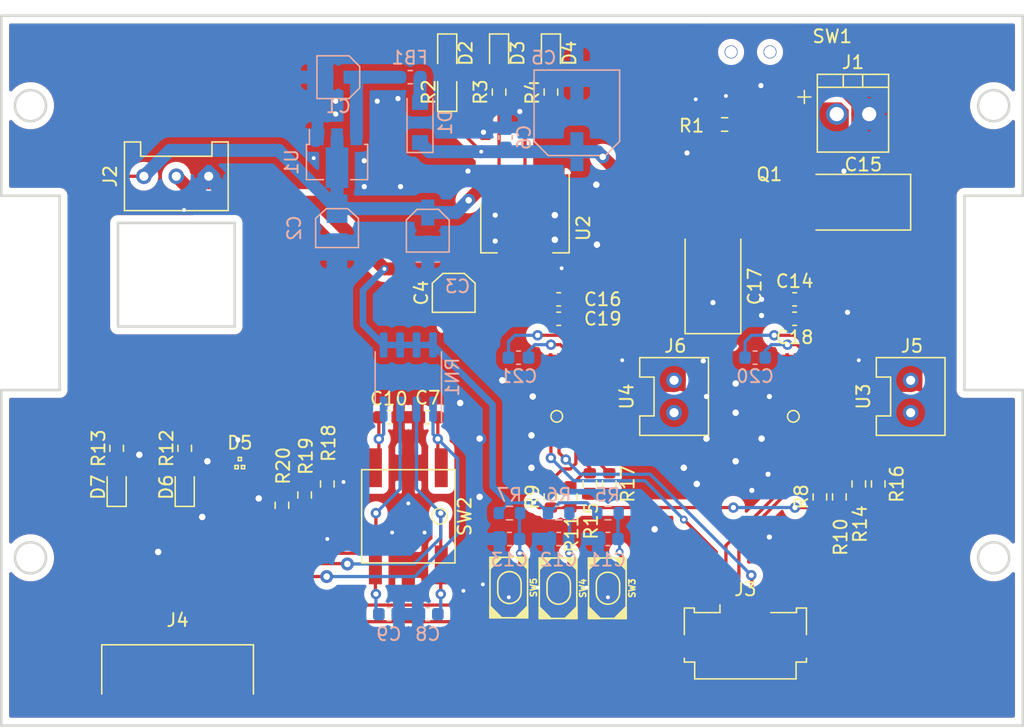
<source format=kicad_pcb>
(kicad_pcb (version 20171130) (host pcbnew "(5.1.10)-1")
  (layers (0 F.Cu signal) (31 B.Cu signal) (34 B.Paste user) (35 F.Paste user) (36 B.SilkS user) (37 F.SilkS user) (38 B.Mask user) (39 F.Mask user) (44 Edge.Cuts user))
  (net 0 "")
  (net 1 "Net-(C1-Pad1)")
  (net 2 GND)
  (net 3 +5V)
  (net 4 +3V3)
  (net 5 +BATT)
  (net 6 /Rotary8)
  (net 7 /Rotary4)
  (net 8 /Rotary2)
  (net 9 /Rotary1)
  (net 10 /SW3)
  (net 11 /SW2)
  (net 12 /SW1)
  (net 13 "Net-(C18-Pad2)")
  (net 14 "Net-(C19-Pad2)")
  (net 15 "Net-(C20-Pad2)")
  (net 16 "Net-(C20-Pad1)")
  (net 17 "Net-(C21-Pad1)")
  (net 18 "Net-(C21-Pad2)")
  (net 19 "Net-(D1-Pad1)")
  (net 20 "Net-(D2-Pad2)")
  (net 21 "Net-(D3-Pad2)")
  (net 22 "Net-(D4-Pad2)")
  (net 23 "Net-(D5-Pad2)")
  (net 24 "Net-(D5-Pad3)")
  (net 25 "Net-(D5-Pad4)")
  (net 26 "Net-(D6-Pad2)")
  (net 27 "Net-(D6-Pad1)")
  (net 28 "Net-(D7-Pad1)")
  (net 29 "Net-(D7-Pad2)")
  (net 30 "Net-(J1-Pad2)")
  (net 31 /DRV1_EN)
  (net 32 /DRV1_PN)
  (net 33 /DRV2_EN)
  (net 34 /DRV2_PN)
  (net 35 "Net-(J5-Pad1)")
  (net 36 "Net-(J5-Pad2)")
  (net 37 "Net-(J6-Pad2)")
  (net 38 "Net-(J6-Pad1)")
  (net 39 "Net-(Q1-Pad1)")
  (net 40 "Net-(R8-Pad2)")
  (net 41 "Net-(R9-Pad2)")
  (net 42 "Net-(R10-Pad2)")
  (net 43 "Net-(R16-Pad1)")
  (net 44 "Net-(J4-Pad3)")
  (net 45 "Net-(J4-Pad4)")
  (net 46 "Net-(J4-Pad5)")
  (net 47 "Net-(R11-Pad2)")
  (net 48 "Net-(R17-Pad1)")
  (module Switch:SSSS810701 (layer F.Cu) (at 18.4 -24.6 180)
    (fp_text reference SW1 (at -6.3 1.2 180) (layer F.SilkS))
    (fp_text value SW_DPDT_x2)
    (pad MP smd rect (at -4.15 -1.1 180) (size 1 0.8) (layers F.Cu F.Paste F.Mask) (net 2 GND))
    (pad MP smd rect (at -4.15 1.1 180) (size 1 0.8) (layers F.Cu F.Paste F.Mask) (net 2 GND))
    (pad MP smd rect (at 4.15 1.1 180) (size 1 0.8) (layers F.Cu F.Paste F.Mask) (net 2 GND))
    (pad MP smd rect (at 4.15 -1.1 180) (size 1 0.8) (layers F.Cu F.Paste F.Mask) (net 2 GND))
    (pad "" np_thru_hole circle (at -1.5 0 180) (size 1 1) (drill 0.9) (layers *.Cu *.Mask))
    (pad "" np_thru_hole circle (at 1.5 0 180) (size 1 1) (drill 0.9) (layers *.Cu *.Mask))
    (pad 1 smd rect (at -2.25 -1.75 180) (size 0.7 1.5) (layers F.Cu F.Paste F.Mask) (net 2 GND))
    (pad 2 smd rect (at 0.75 -1.75 180) (size 0.7 1.5) (layers F.Cu F.Paste F.Mask) (net 2 GND))
    (pad 3 smd rect (at 2.25 -1.75 180) (size 0.7 1.5) (layers F.Cu F.Paste F.Mask) (net 39 "Net-(Q1-Pad1)"))
  )
  (module Capacitor:AVE106M16A12T-F (layer B.Cu) (at -6.5 -10.8 90)
    (fp_text reference C3 (at -4.3 2.3) (layer B.SilkS) (effects (justify mirror)))
    (fp_text value 10u)
    (pad 1 smd rect (at 1.4 0 90) (size 2 1) (layers B.Cu B.Paste B.Mask) (net 3 +5V))
    (pad 2 smd rect (at -1.4 0 90) (size 2 1) (layers B.Cu B.Paste B.Mask) (net 2 GND))
  )
  (module Capacitor:AVE106M16A12T-F (layer B.Cu) (at -13.4 -22.65)
    (fp_text reference C1 (at 0 2.25) (layer B.SilkS) (effects (justify mirror)))
    (fp_text value 10u)
    (pad 1 smd rect (at 1.4 0) (size 2 1) (layers B.Cu B.Paste B.Mask) (net 1 "Net-(C1-Pad1)"))
    (pad 2 smd rect (at -1.4 0) (size 2 1) (layers B.Cu B.Paste B.Mask) (net 2 GND))
  )
  (module Package_TO_SOT_SMD:SOT-223-3_TabPin2 (layer F.Cu) (at 1 -11 270)
    (fp_text reference U2 (at 0 -4.5 90) (layer F.SilkS))
    (fp_text value AZ1117IH-3.3TRG1)
    (pad 1 smd rect (at -3.15 -2.3 270) (size 2 1.5) (layers F.Cu F.Paste F.Mask) (net 2 GND))
    (pad 3 smd rect (at -3.15 2.3 270) (size 2 1.5) (layers F.Cu F.Paste F.Mask) (net 3 +5V))
    (pad 2 smd rect (at -3.15 0 270) (size 2 1.5) (layers F.Cu F.Paste F.Mask) (net 4 +3V3))
    (pad 2 smd rect (at 3.15 0 270) (size 2 3.8) (layers F.Cu F.Paste F.Mask) (net 4 +3V3))
  )
  (module PA:PA_01x02 (layer F.Cu) (at 30.75 2 270)
    (fp_text reference J5 (at -3.9 -0.1 180) (layer F.SilkS))
    (fp_text value PA2)
    (pad 1 thru_hole circle (at 1.25 0 270) (size 1.2 1.2) (drill 0.7) (layers *.Cu *.Mask) (net 35 "Net-(J5-Pad1)"))
    (pad 2 thru_hole circle (at -1.25 0 270) (size 1.2 1.2) (drill 0.7) (layers *.Cu *.Mask) (net 36 "Net-(J5-Pad2)"))
  )
  (module original:SOT-89 (layer F.Cu) (at 16.4 -15.3 180)
    (fp_text reference Q1 (at -3.45 -0.15 180) (layer F.SilkS))
    (fp_text value CXDM4060P)
    (pad 2 smd rect (at 0 -0.7575 180) (size 1.933 3.03) (layers F.Cu F.Paste F.Mask) (net 5 +BATT))
    (pad 3 smd rect (at -1.5 1.3925 180) (size 0.58 1.73) (layers F.Cu F.Paste F.Mask) (net 30 "Net-(J1-Pad2)"))
    (pad 2 smd rect (at 0 1.5075 180) (size 0.76 1.5) (layers F.Cu F.Paste F.Mask) (net 5 +BATT))
    (pad 1 smd rect (at 1.5 1.3925 180) (size 0.58 1.73) (layers F.Cu F.Paste F.Mask) (net 39 "Net-(Q1-Pad1)"))
  )
  (module Capacitor:ECASD91B107M012K00 (layer F.Cu) (at 27.1 -13 180)
    (fp_text reference C15 (at 0 2.9) (layer F.SilkS))
    (fp_text value 100u)
    (pad 2 smd rect (at -3.5 0 180) (size 2 3) (layers F.Cu F.Paste F.Mask) (net 2 GND))
    (pad 1 smd rect (at 3.5 0 180) (size 2 3) (layers F.Cu F.Paste F.Mask) (net 5 +BATT))
  )
  (module Capacitor:ECASD91B107M012K00 (layer F.Cu) (at 15.5 -6.5 90)
    (fp_text reference C17 (at 0 3.224997 270) (layer F.SilkS))
    (fp_text value 100u)
    (pad 2 smd rect (at -3.5 0 90) (size 2 3) (layers F.Cu F.Paste F.Mask) (net 2 GND))
    (pad 1 smd rect (at 3.5 0 90) (size 2 3) (layers F.Cu F.Paste F.Mask) (net 5 +BATT))
  )
  (module Capacitor:865090168010 (layer B.Cu) (at -13.5 -11 90)
    (fp_text reference C2 (at 0 -3.3 90) (layer B.SilkS) (effects (justify mirror)))
    (fp_text value 22u)
    (pad 2 smd rect (at -1.5 0 90) (size 2.2 1.6) (layers B.Cu B.Paste B.Mask) (net 2 GND))
    (pad 1 smd rect (at 1.5 0 90) (size 2.2 1.6) (layers B.Cu B.Paste B.Mask) (net 3 +5V))
  )
  (module Capacitor:865090168010 (layer F.Cu) (at -4.5 -6 90)
    (fp_text reference C4 (at 0 -2.5 90) (layer F.SilkS))
    (fp_text value 22u)
    (pad 2 smd rect (at -1.5 0 90) (size 2.2 1.6) (layers F.Cu F.Paste F.Mask) (net 2 GND))
    (pad 1 smd rect (at 1.5 0 90) (size 2.2 1.6) (layers F.Cu F.Paste F.Mask) (net 4 +3V3))
  )
  (module Capacitor:EEE-1AA221XP (layer B.Cu) (at 5 -19.9 270)
    (fp_text reference C5 (at -4.25 2.55) (layer B.SilkS) (effects (justify mirror)))
    (fp_text value 220u)
    (pad 2 smd rect (at -3 0 270) (size 3 1) (layers B.Cu B.Paste B.Mask) (net 2 GND))
    (pad 1 smd rect (at 3 0 270) (size 3 1) (layers B.Cu B.Paste B.Mask) (net 5 +BATT))
  )
  (module Capacitor_SMD:C_0603_1608Metric (layer B.Cu) (at -0.5 -18 90)
    (fp_text reference C6 (at 0 1.43 270) (layer B.SilkS) (effects (justify mirror)))
    (fp_text value 0.1u)
    (pad 2 smd roundrect (at 0.775 0 90) (size 0.9 0.95) (layers B.Cu B.Paste B.Mask) (net 2 GND))
    (pad 1 smd roundrect (at -0.775 0 90) (size 0.9 0.95) (layers B.Cu B.Paste B.Mask) (net 5 +BATT))
  )
  (module Capacitor_SMD:C_0603_1608Metric (layer F.Cu) (at -6.5 3.6 180)
    (fp_text reference C7 (at 0 1.5) (layer F.SilkS))
    (fp_text value 0.1u)
    (pad 2 smd roundrect (at 0.775 0 180) (size 0.9 0.95) (layers F.Cu F.Paste F.Mask) (net 2 GND))
    (pad 1 smd roundrect (at -0.775 0 180) (size 0.9 0.95) (layers F.Cu F.Paste F.Mask) (net 9 /Rotary1))
  )
  (module Capacitor_SMD:C_0603_1608Metric (layer B.Cu) (at -6.5 18.8 180)
    (fp_text reference C8 (at 0 -1.55) (layer B.SilkS) (effects (justify mirror)))
    (fp_text value 0.1u)
    (pad 2 smd roundrect (at 0.775 0 180) (size 0.9 0.95) (layers B.Cu B.Paste B.Mask) (net 2 GND))
    (pad 1 smd roundrect (at -0.775 0 180) (size 0.9 0.95) (layers B.Cu B.Paste B.Mask) (net 6 /Rotary8))
  )
  (module Capacitor_SMD:C_0603_1608Metric (layer B.Cu) (at -9.5 18.8)
    (fp_text reference C9 (at 0 1.55) (layer B.SilkS) (effects (justify mirror)))
    (fp_text value 0.1u)
    (pad 2 smd roundrect (at 0.775 0) (size 0.9 0.95) (layers B.Cu B.Paste B.Mask) (net 2 GND))
    (pad 1 smd roundrect (at -0.775 0) (size 0.9 0.95) (layers B.Cu B.Paste B.Mask) (net 8 /Rotary2))
  )
  (module Capacitor_SMD:C_0603_1608Metric (layer F.Cu) (at -9.5 3.6)
    (fp_text reference C10 (at 0 -1.43) (layer F.SilkS))
    (fp_text value 0.1u)
    (pad 2 smd roundrect (at 0.775 0) (size 0.9 0.95) (layers F.Cu F.Paste F.Mask) (net 2 GND))
    (pad 1 smd roundrect (at -0.775 0) (size 0.9 0.95) (layers F.Cu F.Paste F.Mask) (net 7 /Rotary4))
  )
  (module Capacitor_SMD:C_0603_1608Metric (layer B.Cu) (at 7.4 13 180)
    (fp_text reference C11 (at 0.05 -1.6) (layer B.SilkS) (effects (justify mirror)))
    (fp_text value 0.1u)
    (pad 2 smd roundrect (at 0.775 0 180) (size 0.9 0.95) (layers B.Cu B.Paste B.Mask) (net 2 GND))
    (pad 1 smd roundrect (at -0.775 0 180) (size 0.9 0.95) (layers B.Cu B.Paste B.Mask) (net 10 /SW3))
  )
  (module Capacitor_SMD:C_0603_1608Metric (layer B.Cu) (at 3.6 13 180)
    (fp_text reference C12 (at 0 -1.6) (layer B.SilkS) (effects (justify mirror)))
    (fp_text value 0.1u)
    (pad 2 smd roundrect (at 0.775 0 180) (size 0.9 0.95) (layers B.Cu B.Paste B.Mask) (net 2 GND))
    (pad 1 smd roundrect (at -0.775 0 180) (size 0.9 0.95) (layers B.Cu B.Paste B.Mask) (net 11 /SW2))
  )
  (module Capacitor_SMD:C_0603_1608Metric (layer B.Cu) (at -0.2 13 180)
    (fp_text reference C13 (at 0 -1.6) (layer B.SilkS) (effects (justify mirror)))
    (fp_text value 0.1u)
    (pad 2 smd roundrect (at 0.775 0 180) (size 0.9 0.95) (layers B.Cu B.Paste B.Mask) (net 2 GND))
    (pad 1 smd roundrect (at -0.775 0 180) (size 0.9 0.95) (layers B.Cu B.Paste B.Mask) (net 12 /SW1))
  )
  (module Capacitor_SMD:C_0603_1608Metric (layer F.Cu) (at 21.8 -5.5 180)
    (fp_text reference C14 (at 0 1.4) (layer F.SilkS))
    (fp_text value 0.1u)
    (pad 2 smd roundrect (at 0.775 0 180) (size 0.9 0.95) (layers F.Cu F.Paste F.Mask) (net 2 GND))
    (pad 1 smd roundrect (at -0.775 0 180) (size 0.9 0.95) (layers F.Cu F.Paste F.Mask) (net 5 +BATT))
  )
  (module Capacitor_SMD:C_0603_1608Metric (layer F.Cu) (at 3.6 -5.5 180)
    (fp_text reference C16 (at -3.4 0) (layer F.SilkS))
    (fp_text value 0.1u)
    (pad 2 smd roundrect (at 0.775 0 180) (size 0.9 0.95) (layers F.Cu F.Paste F.Mask) (net 2 GND))
    (pad 1 smd roundrect (at -0.775 0 180) (size 0.9 0.95) (layers F.Cu F.Paste F.Mask) (net 5 +BATT))
  )
  (module Capacitor_SMD:C_0603_1608Metric (layer F.Cu) (at 21.8 -4 180)
    (fp_text reference C18 (at 0 -1.43) (layer F.SilkS))
    (fp_text value 0.1u)
    (pad 2 smd roundrect (at 0.775 0 180) (size 0.9 0.95) (layers F.Cu F.Paste F.Mask) (net 13 "Net-(C18-Pad2)"))
    (pad 1 smd roundrect (at -0.775 0 180) (size 0.9 0.95) (layers F.Cu F.Paste F.Mask) (net 5 +BATT))
  )
  (module Capacitor_SMD:C_0603_1608Metric (layer F.Cu) (at 3.6 -4 180)
    (fp_text reference C19 (at -3.4 0) (layer F.SilkS))
    (fp_text value 0.1u)
    (pad 2 smd roundrect (at 0.775 0 180) (size 0.9 0.95) (layers F.Cu F.Paste F.Mask) (net 14 "Net-(C19-Pad2)"))
    (pad 1 smd roundrect (at -0.775 0 180) (size 0.9 0.95) (layers F.Cu F.Paste F.Mask) (net 5 +BATT))
  )
  (module Capacitor_SMD:C_0603_1608Metric (layer B.Cu) (at 18.75 -1)
    (fp_text reference C20 (at 0 1.43) (layer B.SilkS) (effects (justify mirror)))
    (fp_text value 22n)
    (pad 2 smd roundrect (at 0.775 0) (size 0.9 0.95) (layers B.Cu B.Paste B.Mask) (net 15 "Net-(C20-Pad2)"))
    (pad 1 smd roundrect (at -0.775 0) (size 0.9 0.95) (layers B.Cu B.Paste B.Mask) (net 16 "Net-(C20-Pad1)"))
  )
  (module Capacitor_SMD:C_0603_1608Metric (layer B.Cu) (at 0.5 -1)
    (fp_text reference C21 (at 0 1.43 180) (layer B.SilkS) (effects (justify mirror)))
    (fp_text value 22n)
    (pad 2 smd roundrect (at 0.775 0) (size 0.9 0.95) (layers B.Cu B.Paste B.Mask) (net 18 "Net-(C21-Pad2)"))
    (pad 1 smd roundrect (at -0.775 0) (size 0.9 0.95) (layers B.Cu B.Paste B.Mask) (net 17 "Net-(C21-Pad1)"))
  )
  (module original:SOD-123FL (layer B.Cu) (at -7.1 -19.15 90)
    (fp_text reference D1 (at 0 1.95 270) (layer B.SilkS) (effects (justify mirror)))
    (fp_text value SS2040FL-AU_R1_000A1)
    (pad 2 smd rect (at -1.55 0 90) (size 1.15 1.22) (layers B.Cu B.Paste B.Mask) (net 5 +BATT))
    (pad 1 smd rect (at 1.55 0 90) (size 1.15 1.22) (layers B.Cu B.Paste B.Mask) (net 19 "Net-(D1-Pad1)"))
  )
  (module Diode_SMD:D_0603_1608Metric (layer F.Cu) (at -5 -24.5 270)
    (fp_text reference D2 (at 0 -1.43 90) (layer F.SilkS))
    (fp_text value Red)
    (pad 2 smd roundrect (at 0.7875 0 270) (size 0.875 0.95) (layers F.Cu F.Paste F.Mask) (net 20 "Net-(D2-Pad2)"))
    (pad 1 smd roundrect (at -0.7875 0 270) (size 0.875 0.95) (layers F.Cu F.Paste F.Mask) (net 2 GND))
  )
  (module Diode_SMD:D_0603_1608Metric (layer F.Cu) (at -1 -24.5 270)
    (fp_text reference D3 (at 0 -1.43 90) (layer F.SilkS))
    (fp_text value Orange)
    (pad 2 smd roundrect (at 0.7875 0 270) (size 0.875 0.95) (layers F.Cu F.Paste F.Mask) (net 21 "Net-(D3-Pad2)"))
    (pad 1 smd roundrect (at -0.7875 0 270) (size 0.875 0.95) (layers F.Cu F.Paste F.Mask) (net 2 GND))
  )
  (module Diode_SMD:D_0603_1608Metric (layer F.Cu) (at 3 -24.5 270)
    (fp_text reference D4 (at 0 -1.43 90) (layer F.SilkS))
    (fp_text value Yellow)
    (pad 2 smd roundrect (at 0.7875 0 270) (size 0.875 0.95) (layers F.Cu F.Paste F.Mask) (net 22 "Net-(D4-Pad2)"))
    (pad 1 smd roundrect (at -0.7875 0 270) (size 0.875 0.95) (layers F.Cu F.Paste F.Mask) (net 2 GND))
  )
  (module original:APTF1616LSEEZGKQBKC (layer F.Cu) (at -21 7.2 180)
    (fp_text reference D5 (at 0 1.625) (layer F.SilkS))
    (fp_text value APTF1616LSEEZGKQBKC)
    (pad 4 smd rect (at 0.875 -0.5 180) (size 0.85 0.5) (layers F.Cu F.Paste F.Mask) (net 25 "Net-(D5-Pad4)"))
    (pad 3 smd rect (at -0.875 -0.5 180) (size 0.85 0.5) (layers F.Cu F.Paste F.Mask) (net 24 "Net-(D5-Pad3)"))
    (pad 2 smd rect (at -0.875 0.5 180) (size 0.85 0.5) (layers F.Cu F.Paste F.Mask) (net 23 "Net-(D5-Pad2)"))
    (pad 1 smd rect (at 0.875 0.5 180) (size 0.85 0.5) (layers F.Cu F.Paste F.Mask) (net 3 +5V))
  )
  (module Diode_SMD:D_0603_1608Metric (layer F.Cu) (at -25.25 9 90)
    (fp_text reference D6 (at 0 -1.43 90) (layer F.SilkS))
    (fp_text value SMLEN3WBC8W1)
    (pad 2 smd roundrect (at 0.7875 0 90) (size 0.875 0.95) (layers F.Cu F.Paste F.Mask) (net 26 "Net-(D6-Pad2)"))
    (pad 1 smd roundrect (at -0.7875 0 90) (size 0.875 0.95) (layers F.Cu F.Paste F.Mask) (net 27 "Net-(D6-Pad1)"))
  )
  (module Diode_SMD:D_0603_1608Metric (layer F.Cu) (at -30.5 9 90)
    (fp_text reference D7 (at 0 -1.43 90) (layer F.SilkS))
    (fp_text value SMLEN3WBC8W1)
    (pad 2 smd roundrect (at 0.7875 0 90) (size 0.875 0.95) (layers F.Cu F.Paste F.Mask) (net 29 "Net-(D7-Pad2)"))
    (pad 1 smd roundrect (at -0.7875 0 90) (size 0.875 0.95) (layers F.Cu F.Paste F.Mask) (net 28 "Net-(D7-Pad1)"))
  )
  (module Inductor_SMD:L_0603_1608Metric (layer B.Cu) (at -7.85 -22.65)
    (fp_text reference FB1 (at -0.05 -1.5) (layer B.SilkS) (effects (justify mirror)))
    (fp_text value 470)
    (pad 2 smd roundrect (at 0.7875 0) (size 0.875 0.95) (layers B.Cu B.Paste B.Mask) (net 19 "Net-(D1-Pad1)"))
    (pad 1 smd roundrect (at -0.7875 0) (size 0.875 0.95) (layers B.Cu B.Paste B.Mask) (net 1 "Net-(C1-Pad1)"))
  )
  (module ILG:ILG_01x02 (layer F.Cu) (at 26.3 -19.8)
    (fp_text reference J1 (at 0 -4) (layer F.SilkS))
    (fp_text value ILG2)
    (pad 1 thru_hole circle (at 1.25 0) (size 1.65 1.65) (drill 1.1) (layers *.Cu *.Mask) (net 2 GND))
    (pad 2 thru_hole circle (at -1.25 0) (size 1.65 1.65) (drill 1.1) (layers *.Cu *.Mask) (net 30 "Net-(J1-Pad2)"))
  )
  (module PA:PA_01x03 (layer F.Cu) (at -25.9 -15 180)
    (fp_text reference J2 (at 5.1 0 90) (layer F.SilkS))
    (fp_text value PA3)
    (pad 3 thru_hole circle (at -2.5 0 180) (size 1.2 1.2) (drill 0.7) (layers *.Cu *.Mask) (net 2 GND))
    (pad 2 thru_hole circle (at 0 0 180) (size 1.2 1.2) (drill 0.7) (layers *.Cu *.Mask) (net 4 +3V3))
    (pad 1 thru_hole circle (at 2.5 0 180) (size 1.2 1.2) (drill 0.7) (layers *.Cu *.Mask) (net 3 +5V))
  )
  (module Connector_FFC-FPC:Molex_200528-0040_1x04-1MP_P1.00mm_Horizontal (layer F.Cu) (at 18 19.5)
    (fp_text reference J3 (at 0 -2.61) (layer F.SilkS))
    (fp_text value FFC4)
    (pad 4 smd rect (at 1.5 -0.91) (size 0.4 1) (layers F.Cu F.Paste F.Mask) (net 33 /DRV2_EN))
    (pad 3 smd rect (at 0.5 -0.91) (size 0.4 1) (layers F.Cu F.Paste F.Mask) (net 34 /DRV2_PN))
    (pad 2 smd rect (at -0.5 -0.91) (size 0.4 1) (layers F.Cu F.Paste F.Mask) (net 32 /DRV1_PN))
    (pad 1 smd rect (at -1.5 -0.91) (size 0.4 1) (layers F.Cu F.Paste F.Mask) (net 31 /DRV1_EN))
    (pad MP smd rect (at 4.3 1.79) (size 2 1.3) (layers F.Cu F.Paste F.Mask) (net 2 GND))
    (pad MP smd rect (at -4.3 1.79) (size 2 1.3) (layers F.Cu F.Paste F.Mask) (net 2 GND))
  )
  (module PA:PA_01x02 (layer F.Cu) (at 12.5 2 270)
    (fp_text reference J6 (at -3.9 -0.1 180) (layer F.SilkS))
    (fp_text value PA2)
    (pad 1 thru_hole circle (at 1.25 0 270) (size 1.2 1.2) (drill 0.7) (layers *.Cu *.Mask) (net 38 "Net-(J6-Pad1)"))
    (pad 2 thru_hole circle (at -1.25 0 270) (size 1.2 1.2) (drill 0.7) (layers *.Cu *.Mask) (net 37 "Net-(J6-Pad2)"))
  )
  (module Resistor_SMD:R_0603_1608Metric (layer F.Cu) (at 16.4 -19 180)
    (fp_text reference R1 (at 2.55 -0.1) (layer F.SilkS))
    (fp_text value 10k)
    (pad 2 smd roundrect (at 0.825 0 180) (size 0.8 0.95) (layers F.Cu F.Paste F.Mask) (net 39 "Net-(Q1-Pad1)"))
    (pad 1 smd roundrect (at -0.825 0 180) (size 0.8 0.95) (layers F.Cu F.Paste F.Mask) (net 30 "Net-(J1-Pad2)"))
  )
  (module Diode_SMD:D_0603_1608Metric (layer F.Cu) (at -5 -21.5 90)
    (fp_text reference R2 (at 0 -1.43 90) (layer F.SilkS))
    (fp_text value 2k)
    (pad 2 smd roundrect (at 0.7875 0 90) (size 0.875 0.95) (layers F.Cu F.Paste F.Mask) (net 20 "Net-(D2-Pad2)"))
    (pad 1 smd roundrect (at -0.7875 0 90) (size 0.875 0.95) (layers F.Cu F.Paste F.Mask) (net 5 +BATT))
  )
  (module Resistor_SMD:R_0603_1608Metric (layer F.Cu) (at -1 -21.5 90)
    (fp_text reference R3 (at 0 -1.43 90) (layer F.SilkS))
    (fp_text value 680)
    (pad 2 smd roundrect (at 0.825 0 90) (size 0.8 0.95) (layers F.Cu F.Paste F.Mask) (net 21 "Net-(D3-Pad2)"))
    (pad 1 smd roundrect (at -0.825 0 90) (size 0.8 0.95) (layers F.Cu F.Paste F.Mask) (net 3 +5V))
  )
  (module Resistor_SMD:R_0603_1608Metric (layer F.Cu) (at 3 -21.5 90)
    (fp_text reference R4 (at 0 -1.43 90) (layer F.SilkS))
    (fp_text value 270)
    (pad 2 smd roundrect (at 0.825 0 90) (size 0.8 0.95) (layers F.Cu F.Paste F.Mask) (net 22 "Net-(D4-Pad2)"))
    (pad 1 smd roundrect (at -0.825 0 90) (size 0.8 0.95) (layers F.Cu F.Paste F.Mask) (net 4 +3V3))
  )
  (module Resistor_SMD:R_0603_1608Metric (layer B.Cu) (at 7.4 11)
    (fp_text reference R5 (at -0.05 -1.4) (layer B.SilkS) (effects (justify mirror)))
    (fp_text value 10k)
    (pad 2 smd roundrect (at 0.825 0) (size 0.8 0.95) (layers B.Cu B.Paste B.Mask) (net 10 /SW3))
    (pad 1 smd roundrect (at -0.825 0) (size 0.8 0.95) (layers B.Cu B.Paste B.Mask) (net 4 +3V3))
  )
  (module Resistor_SMD:R_0603_1608Metric (layer B.Cu) (at 3.6 11)
    (fp_text reference R6 (at 0 -1.4) (layer B.SilkS) (effects (justify mirror)))
    (fp_text value 10k)
    (pad 2 smd roundrect (at 0.825 0) (size 0.8 0.95) (layers B.Cu B.Paste B.Mask) (net 11 /SW2))
    (pad 1 smd roundrect (at -0.825 0) (size 0.8 0.95) (layers B.Cu B.Paste B.Mask) (net 4 +3V3))
  )
  (module Resistor_SMD:R_0603_1608Metric (layer B.Cu) (at -0.2 11)
    (fp_text reference R7 (at 0 -1.4) (layer B.SilkS) (effects (justify mirror)))
    (fp_text value 10k)
    (pad 2 smd roundrect (at 0.825 0) (size 0.8 0.95) (layers B.Cu B.Paste B.Mask) (net 12 /SW1))
    (pad 1 smd roundrect (at -0.825 0) (size 0.8 0.95) (layers B.Cu B.Paste B.Mask) (net 4 +3V3))
  )
  (module Resistor_SMD:R_0603_1608Metric (layer F.Cu) (at 23.75 9.75 90)
    (fp_text reference R8 (at 0 -1.43 90) (layer F.SilkS))
    (fp_text value 10k)
    (pad 2 smd roundrect (at 0.825 0 90) (size 0.8 0.95) (layers F.Cu F.Paste F.Mask) (net 40 "Net-(R8-Pad2)"))
    (pad 1 smd roundrect (at -0.825 0 90) (size 0.8 0.95) (layers F.Cu F.Paste F.Mask) (net 4 +3V3))
  )
  (module Resistor_SMD:R_0603_1608Metric (layer F.Cu) (at 3 9.75 90)
    (fp_text reference R9 (at 0 -1.43 90) (layer F.SilkS))
    (fp_text value 10k)
    (pad 2 smd roundrect (at 0.825 0 90) (size 0.8 0.95) (layers F.Cu F.Paste F.Mask) (net 41 "Net-(R9-Pad2)"))
    (pad 1 smd roundrect (at -0.825 0 90) (size 0.8 0.95) (layers F.Cu F.Paste F.Mask) (net 4 +3V3))
  )
  (module Resistor_SMD:R_0603_1608Metric (layer F.Cu) (at 4.5 9.75 90)
    (fp_text reference R11 (at -2.85 0.1 270) (layer F.SilkS))
    (fp_text value 16k)
    (pad 2 smd roundrect (at 0.825 0 90) (size 0.8 0.95) (layers F.Cu F.Paste F.Mask) (net 47 "Net-(R11-Pad2)"))
    (pad 1 smd roundrect (at -0.825 0 90) (size 0.8 0.95) (layers F.Cu F.Paste F.Mask) (net 4 +3V3))
  )
  (module Resistor_SMD:R_0603_1608Metric (layer F.Cu) (at -25.25 6 270)
    (fp_text reference R12 (at 0 1.4 90) (layer F.SilkS))
    (fp_text value 470)
    (pad 2 smd roundrect (at 0.825 0 270) (size 0.8 0.95) (layers F.Cu F.Paste F.Mask) (net 26 "Net-(D6-Pad2)"))
    (pad 1 smd roundrect (at -0.825 0 270) (size 0.8 0.95) (layers F.Cu F.Paste F.Mask) (net 3 +5V))
  )
  (module Resistor_SMD:R_0603_1608Metric (layer F.Cu) (at -30.5 6 270)
    (fp_text reference R13 (at 0 1.4 90) (layer F.SilkS))
    (fp_text value 470)
    (pad 2 smd roundrect (at 0.825 0 270) (size 0.8 0.95) (layers F.Cu F.Paste F.Mask) (net 29 "Net-(D7-Pad2)"))
    (pad 1 smd roundrect (at -0.825 0 270) (size 0.8 0.95) (layers F.Cu F.Paste F.Mask) (net 3 +5V))
  )
  (module Resistor_SMD:R_0603_1608Metric (layer F.Cu) (at 25.25 9.75 90)
    (fp_text reference R10 (at -3.1 0.1 90) (layer F.SilkS))
    (fp_text value 16k)
    (pad 2 smd roundrect (at 0.825 0 90) (size 0.8 0.95) (layers F.Cu F.Paste F.Mask) (net 42 "Net-(R10-Pad2)"))
    (pad 1 smd roundrect (at -0.825 0 90) (size 0.8 0.95) (layers F.Cu F.Paste F.Mask) (net 4 +3V3))
  )
  (module Resistor_SMD:R_0603_1608Metric (layer F.Cu) (at 6 8.75 270)
    (fp_text reference R15 (at 2.85 -0.1 270) (layer F.SilkS))
    (fp_text value 50k)
    (pad 2 smd roundrect (at 0.825 0 270) (size 0.8 0.95) (layers F.Cu F.Paste F.Mask) (net 2 GND))
    (pad 1 smd roundrect (at -0.825 0 270) (size 0.8 0.95) (layers F.Cu F.Paste F.Mask) (net 47 "Net-(R11-Pad2)"))
  )
  (module Resistor_SMD:R_0603_1608Metric (layer F.Cu) (at 28.25 8.75 270)
    (fp_text reference R16 (at 0 -1.43 90) (layer F.SilkS))
    (fp_text value 1.2k)
    (pad 2 smd roundrect (at 0.825 0 270) (size 0.8 0.95) (layers F.Cu F.Paste F.Mask) (net 2 GND))
    (pad 1 smd roundrect (at -0.825 0 270) (size 0.8 0.95) (layers F.Cu F.Paste F.Mask) (net 43 "Net-(R16-Pad1)"))
  )
  (module Resistor_SMD:R_0603_1608Metric (layer F.Cu) (at 7.5 8.75 270)
    (fp_text reference R17 (at 0 -1.43 270) (layer F.SilkS))
    (fp_text value 1.2k)
    (pad 2 smd roundrect (at 0.825 0 270) (size 0.8 0.95) (layers F.Cu F.Paste F.Mask) (net 2 GND))
    (pad 1 smd roundrect (at -0.825 0 270) (size 0.8 0.95) (layers F.Cu F.Paste F.Mask) (net 48 "Net-(R17-Pad1)"))
  )
  (module Resistor_SMD:R_0603_1608Metric (layer F.Cu) (at -14.25 8.75 270)
    (fp_text reference R18 (at -3.15 -0.1 90) (layer F.SilkS))
    (fp_text value 1.5k)
    (pad 2 smd roundrect (at 0.825 0 270) (size 0.8 0.95) (layers F.Cu F.Paste F.Mask) (net 46 "Net-(J4-Pad5)"))
    (pad 1 smd roundrect (at -0.825 0 270) (size 0.8 0.95) (layers F.Cu F.Paste F.Mask) (net 23 "Net-(D5-Pad2)"))
  )
  (module Resistor_SMD:R_0603_1608Metric (layer F.Cu) (at -16 9.6 270)
    (fp_text reference R19 (at -3 -0.1 90) (layer F.SilkS))
    (fp_text value 1.2k)
    (pad 2 smd roundrect (at 0.825 0 270) (size 0.8 0.95) (layers F.Cu F.Paste F.Mask) (net 45 "Net-(J4-Pad4)"))
    (pad 1 smd roundrect (at -0.825 0 270) (size 0.8 0.95) (layers F.Cu F.Paste F.Mask) (net 24 "Net-(D5-Pad3)"))
  )
  (module Resistor_SMD:R_0603_1608Metric (layer F.Cu) (at -17.75 10.4 270)
    (fp_text reference R20 (at -3.05 -0.1 90) (layer F.SilkS))
    (fp_text value 1.2k)
    (pad 2 smd roundrect (at 0.825 0 270) (size 0.8 0.95) (layers F.Cu F.Paste F.Mask) (net 44 "Net-(J4-Pad3)"))
    (pad 1 smd roundrect (at -0.825 0 270) (size 0.8 0.95) (layers F.Cu F.Paste F.Mask) (net 25 "Net-(D5-Pad4)"))
  )
  (module Resistor_SMD:R_0603_1608Metric (layer F.Cu) (at 26.75 8.75 270)
    (fp_text reference R14 (at 3.1 -0.1 90) (layer F.SilkS))
    (fp_text value 50k)
    (pad 2 smd roundrect (at 0.825 0 270) (size 0.8 0.95) (layers F.Cu F.Paste F.Mask) (net 2 GND))
    (pad 1 smd roundrect (at -0.825 0 270) (size 0.8 0.95) (layers F.Cu F.Paste F.Mask) (net 42 "Net-(R10-Pad2)"))
  )
  (module Package_SO:SOIC-8_3.9x4.9mm_P1.27mm (layer B.Cu) (at -8 0.5 90)
    (fp_text reference RN1 (at 0 3.4 -90) (layer B.SilkS) (effects (justify mirror)))
    (fp_text value 10k)
    (pad 8 smd roundrect (at 2.475 1.905 90) (size 1.95 0.6) (layers B.Cu B.Paste B.Mask) (net 4 +3V3))
    (pad 7 smd roundrect (at 2.475 0.635 90) (size 1.95 0.6) (layers B.Cu B.Paste B.Mask) (net 4 +3V3))
    (pad 6 smd roundrect (at 2.475 -0.635 90) (size 1.95 0.6) (layers B.Cu B.Paste B.Mask) (net 4 +3V3))
    (pad 5 smd roundrect (at 2.475 -1.905 90) (size 1.95 0.6) (layers B.Cu B.Paste B.Mask) (net 4 +3V3))
    (pad 4 smd roundrect (at -2.475 -1.905 90) (size 1.95 0.6) (layers B.Cu B.Paste B.Mask) (net 7 /Rotary4))
    (pad 3 smd roundrect (at -2.475 -0.635 90) (size 1.95 0.6) (layers B.Cu B.Paste B.Mask) (net 8 /Rotary2))
    (pad 2 smd roundrect (at -2.475 0.635 90) (size 1.95 0.6) (layers B.Cu B.Paste B.Mask) (net 6 /Rotary8))
    (pad 1 smd roundrect (at -2.475 1.905 90) (size 1.95 0.6) (layers B.Cu B.Paste B.Mask) (net 9 /Rotary1))
  )
  (module Switch:220AMB16R (layer F.Cu) (at -8 11.25 270)
    (fp_text reference SW2 (at 0 -4.35 90) (layer F.SilkS))
    (fp_text value 220AMB16R)
    (pad C smd rect (at -3.75 0 270) (size 3 1) (layers F.Cu F.Paste F.Mask) (net 2 GND))
    (pad 8 smd rect (at 3.75 -2.54 270) (size 3 1) (layers F.Cu F.Paste F.Mask) (net 6 /Rotary8))
    (pad 4 smd rect (at -3.75 2.54 270) (size 3 1) (layers F.Cu F.Paste F.Mask) (net 7 /Rotary4))
    (pad C smd rect (at 3.75 0 270) (size 3 1) (layers F.Cu F.Paste F.Mask) (net 2 GND))
    (pad 2 smd rect (at 3.75 2.54 270) (size 3 1) (layers F.Cu F.Paste F.Mask) (net 8 /Rotary2))
    (pad 1 smd rect (at -3.75 -2.54 270) (size 3 1) (layers F.Cu F.Paste F.Mask) (net 9 /Rotary1))
  )
  (module SKRPABE010:SKRPABE010 (layer F.Cu) (at 7.4 16.8 270)
    (fp_text reference SW3 (at 0 -1.866664 90) (layer F.SilkS) (effects (font (size 0.48 0.48))))
    (fp_text value SKRPABE010)
    (pad 2 smd rect (at 1.7325 1.1 270) (size 1.05 0.65) (layers F.Cu F.Paste F.Mask) (net 2 GND))
    (pad 2 smd rect (at -1.7325 1.1 270) (size 1.05 0.65) (layers F.Cu F.Paste F.Mask) (net 2 GND))
    (pad 1 smd rect (at 1.7325 -1 270) (size 1.05 0.65) (layers F.Cu F.Paste F.Mask) (net 10 /SW3))
    (pad 1 smd rect (at -1.7325 -1 270) (size 1.05 0.65) (layers F.Cu F.Paste F.Mask) (net 10 /SW3))
  )
  (module SKRPABE010:SKRPABE010 (layer F.Cu) (at 3.6 16.8 270)
    (fp_text reference SW4 (at 0 -1.866664 90) (layer F.SilkS) (effects (font (size 0.48 0.48))))
    (fp_text value SKRPABE010)
    (pad 2 smd rect (at 1.7325 1.1 270) (size 1.05 0.65) (layers F.Cu F.Paste F.Mask) (net 2 GND))
    (pad 2 smd rect (at -1.7325 1.1 270) (size 1.05 0.65) (layers F.Cu F.Paste F.Mask) (net 2 GND))
    (pad 1 smd rect (at 1.7325 -1 270) (size 1.05 0.65) (layers F.Cu F.Paste F.Mask) (net 11 /SW2))
    (pad 1 smd rect (at -1.7325 -1 270) (size 1.05 0.65) (layers F.Cu F.Paste F.Mask) (net 11 /SW2))
  )
  (module SKRPABE010:SKRPABE010 (layer F.Cu) (at -0.2 16.75 270)
    (fp_text reference SW5 (at 0 -1.866664 90) (layer F.SilkS) (effects (font (size 0.48 0.48))))
    (fp_text value SKRPABE010)
    (pad 2 smd rect (at 1.7325 1.1 270) (size 1.05 0.65) (layers F.Cu F.Paste F.Mask) (net 2 GND))
    (pad 2 smd rect (at -1.7325 1.1 270) (size 1.05 0.65) (layers F.Cu F.Paste F.Mask) (net 2 GND))
    (pad 1 smd rect (at 1.7325 -1 270) (size 1.05 0.65) (layers F.Cu F.Paste F.Mask) (net 12 /SW1))
    (pad 1 smd rect (at -1.7325 -1 270) (size 1.05 0.65) (layers F.Cu F.Paste F.Mask) (net 12 /SW1))
  )
  (module Package_TO_SOT_SMD:SOT-89-3 (layer B.Cu) (at -13.5 -16.4 270)
    (fp_text reference U1 (at 0.3 3.5 90) (layer B.SilkS) (effects (justify mirror)))
    (fp_text value AZ1117R-5.0TRE1)
    (pad 2 smd custom (at -1.5625 0 270) (size 1.475 0.9) (layers B.Cu B.Paste B.Mask) (net 3 +5V) (options (clearance outline) (anchor rect)) (primitives (gr_poly (pts (xy 0.7375 0.8665) (xy 3.8625 0.8665) (xy 3.8625 -0.8665) (xy 0.7375 -0.8665)) (width 0))))
    (pad 3 smd rect (at -1.65 -1.5 270) (size 1.3 0.9) (layers B.Cu B.Paste B.Mask) (net 1 "Net-(C1-Pad1)"))
    (pad 1 smd rect (at -1.65 1.5 270) (size 1.3 0.9) (layers B.Cu B.Paste B.Mask) (net 2 GND))
  )
  (module original:TSSOP_16-Pin (layer F.Cu) (at 23.5 2 90)
    (fp_text reference U3 (at 0 3.6 270) (layer F.SilkS))
    (fp_text value DRV8874)
    (pad ThermalPad smd rect (at 0 0 90) (size 2.46 3.55) (layers F.Cu F.Paste F.Mask) (net 2 GND))
    (pad 16 smd rect (at 2.86 -2.275 90) (size 0.97 0.29) (layers F.Cu F.Paste F.Mask) (net 2 GND))
    (pad 15 smd rect (at 2.86 -1.625 90) (size 0.97 0.29) (layers F.Cu F.Paste F.Mask) (net 2 GND))
    (pad 14 smd rect (at 2.86 -0.975 90) (size 0.97 0.29) (layers F.Cu F.Paste F.Mask) (net 15 "Net-(C20-Pad2)"))
    (pad 13 smd rect (at 2.86 -0.325 90) (size 0.97 0.29) (layers F.Cu F.Paste F.Mask) (net 16 "Net-(C20-Pad1)"))
    (pad 12 smd rect (at 2.86 0.325 90) (size 0.97 0.29) (layers F.Cu F.Paste F.Mask) (net 13 "Net-(C18-Pad2)"))
    (pad 11 smd rect (at 2.86 0.975 90) (size 0.97 0.29) (layers F.Cu F.Paste F.Mask) (net 5 +BATT))
    (pad 10 smd rect (at 2.86 1.625 90) (size 0.97 0.29) (layers F.Cu F.Paste F.Mask) (net 36 "Net-(J5-Pad2)"))
    (pad 9 smd rect (at 2.86 2.275 90) (size 0.97 0.29) (layers F.Cu F.Paste F.Mask) (net 2 GND))
    (pad 8 smd rect (at -2.86 2.275 90) (size 0.97 0.29) (layers F.Cu F.Paste F.Mask) (net 35 "Net-(J5-Pad1)"))
    (pad 7 smd rect (at -2.86 1.625 90) (size 0.97 0.29) (layers F.Cu F.Paste F.Mask) (net 2 GND))
    (pad 6 smd rect (at -2.86 0.975 90) (size 0.97 0.29) (layers F.Cu F.Paste F.Mask) (net 43 "Net-(R16-Pad1)"))
    (pad 5 smd rect (at -2.86 0.325 90) (size 0.97 0.29) (layers F.Cu F.Paste F.Mask) (net 42 "Net-(R10-Pad2)"))
    (pad 4 smd rect (at -2.86 -0.325 90) (size 0.97 0.29) (layers F.Cu F.Paste F.Mask) (net 40 "Net-(R8-Pad2)"))
    (pad 3 smd rect (at -2.86 -0.975 90) (size 0.97 0.29) (layers F.Cu F.Paste F.Mask) (net 40 "Net-(R8-Pad2)"))
    (pad 2 smd rect (at -2.86 -1.625 90) (size 0.97 0.29) (layers F.Cu F.Paste F.Mask) (net 32 /DRV1_PN))
    (pad 1 smd rect (at -2.86 -2.275 90) (size 0.97 0.29) (layers F.Cu F.Paste F.Mask) (net 31 /DRV1_EN))
  )
  (module original:TSSOP_16-Pin (layer F.Cu) (at 5.25 2 90)
    (fp_text reference U4 (at 0 3.6 270) (layer F.SilkS))
    (fp_text value DRV8874)
    (pad ThermalPad smd rect (at 0 0 90) (size 2.46 3.55) (layers F.Cu F.Paste F.Mask) (net 2 GND))
    (pad 16 smd rect (at 2.86 -2.275 90) (size 0.97 0.29) (layers F.Cu F.Paste F.Mask) (net 2 GND))
    (pad 15 smd rect (at 2.86 -1.625 90) (size 0.97 0.29) (layers F.Cu F.Paste F.Mask) (net 2 GND))
    (pad 14 smd rect (at 2.86 -0.975 90) (size 0.97 0.29) (layers F.Cu F.Paste F.Mask) (net 18 "Net-(C21-Pad2)"))
    (pad 13 smd rect (at 2.86 -0.325 90) (size 0.97 0.29) (layers F.Cu F.Paste F.Mask) (net 17 "Net-(C21-Pad1)"))
    (pad 12 smd rect (at 2.86 0.325 90) (size 0.97 0.29) (layers F.Cu F.Paste F.Mask) (net 14 "Net-(C19-Pad2)"))
    (pad 11 smd rect (at 2.86 0.975 90) (size 0.97 0.29) (layers F.Cu F.Paste F.Mask) (net 5 +BATT))
    (pad 10 smd rect (at 2.86 1.625 90) (size 0.97 0.29) (layers F.Cu F.Paste F.Mask) (net 37 "Net-(J6-Pad2)"))
    (pad 9 smd rect (at 2.86 2.275 90) (size 0.97 0.29) (layers F.Cu F.Paste F.Mask) (net 2 GND))
    (pad 8 smd rect (at -2.86 2.275 90) (size 0.97 0.29) (layers F.Cu F.Paste F.Mask) (net 38 "Net-(J6-Pad1)"))
    (pad 7 smd rect (at -2.86 1.625 90) (size 0.97 0.29) (layers F.Cu F.Paste F.Mask) (net 2 GND))
    (pad 6 smd rect (at -2.86 0.975 90) (size 0.97 0.29) (layers F.Cu F.Paste F.Mask) (net 48 "Net-(R17-Pad1)"))
    (pad 5 smd rect (at -2.86 0.325 90) (size 0.97 0.29) (layers F.Cu F.Paste F.Mask) (net 47 "Net-(R11-Pad2)"))
    (pad 4 smd rect (at -2.86 -0.325 90) (size 0.97 0.29) (layers F.Cu F.Paste F.Mask) (net 41 "Net-(R9-Pad2)"))
    (pad 3 smd rect (at -2.86 -0.975 90) (size 0.97 0.29) (layers F.Cu F.Paste F.Mask) (net 41 "Net-(R9-Pad2)"))
    (pad 2 smd rect (at -2.86 -1.625 90) (size 0.97 0.29) (layers F.Cu F.Paste F.Mask) (net 34 /DRV2_PN))
    (pad 1 smd rect (at -2.86 -2.275 90) (size 0.97 0.29) (layers F.Cu F.Paste F.Mask) (net 33 /DRV2_EN))
  )
  (module FFC:WürthElektronik_687112183722_01x12_P0.5mm (layer F.Cu) (at -25.8 24.1)
    (fp_text reference J4 (at 0 -4.833336) (layer F.SilkS))
    (fp_text value FFC7)
    (pad MP smd rect (at 5 0) (size 1.65 1.3) (layers F.Cu F.Paste F.Mask) (net 2 GND))
    (pad MP smd rect (at -5 0) (size 1.65 1.3) (layers F.Cu F.Paste F.Mask) (net 2 GND))
    (pad 12 smd rect (at 2.75 -3.45) (size 0.3 1) (layers F.Cu F.Paste F.Mask) (net 10 /SW3))
    (pad 11 smd rect (at 2.25 -3.45) (size 0.3 1) (layers F.Cu F.Paste F.Mask) (net 11 /SW2))
    (pad 10 smd rect (at 1.75 -3.45) (size 0.3 1) (layers F.Cu F.Paste F.Mask) (net 12 /SW1))
    (pad 9 smd rect (at 1.25 -3.45) (size 0.3 1) (layers F.Cu F.Paste F.Mask) (net 9 /Rotary1))
    (pad 8 smd rect (at 0.75 -3.45) (size 0.3 1) (layers F.Cu F.Paste F.Mask) (net 6 /Rotary8))
    (pad 7 smd rect (at 0.25 -3.45) (size 0.3 1) (layers F.Cu F.Paste F.Mask) (net 8 /Rotary2))
    (pad 6 smd rect (at -0.25 -3.45) (size 0.3 1) (layers F.Cu F.Paste F.Mask) (net 7 /Rotary4))
    (pad 5 smd rect (at -0.75 -3.45) (size 0.3 1) (layers F.Cu F.Paste F.Mask) (net 46 "Net-(J4-Pad5)"))
    (pad 4 smd rect (at -1.25 -3.45) (size 0.3 1) (layers F.Cu F.Paste F.Mask) (net 45 "Net-(J4-Pad4)"))
    (pad 3 smd rect (at -1.75 -3.45) (size 0.3 1) (layers F.Cu F.Paste F.Mask) (net 44 "Net-(J4-Pad3)"))
    (pad 2 smd rect (at -2.25 -3.45) (size 0.3 1) (layers F.Cu F.Paste F.Mask) (net 27 "Net-(D6-Pad1)"))
    (pad 1 smd rect (at -2.75 -3.45) (size 0.3 1) (layers F.Cu F.Paste F.Mask) (net 28 "Net-(D7-Pad1)"))
  )
  (gr_line (start -21.4 -11.4) (end -21.4 -3.4) (layer Edge.Cuts) (width 0.2))
  (gr_line (start -30.4 -11.4) (end -21.4 -11.4) (layer Edge.Cuts) (width 0.2))
  (gr_line (start -30.4 -3.4) (end -30.4 -11.4) (layer Edge.Cuts) (width 0.2))
  (gr_line (start -21.4 -3.4) (end -30.4 -3.4) (layer Edge.Cuts) (width 0.2))
  (gr_circle (center -37.15 14.45) (end -35.95 14.45) (layer Edge.Cuts) (width 0.2))
  (gr_circle (center -37.15 -20.449999) (end -35.95 -20.449999) (layer Edge.Cuts) (width 0.2))
  (gr_circle (center 37.15 14.45) (end 38.35 14.45) (layer Edge.Cuts) (width 0.2))
  (gr_circle (center 37.15 -20.449999) (end 38.35 -20.449999) (layer Edge.Cuts) (width 0.2))
  (gr_line (start 39.399999 -27.4) (end -39.399999 -27.399999) (layer Edge.Cuts) (width 0.2))
  (gr_line (start 39.4 -13.5) (end 39.399999 -27.4) (layer Edge.Cuts) (width 0.2))
  (gr_line (start 34.9 -13.5) (end 39.4 -13.5) (layer Edge.Cuts) (width 0.2))
  (gr_line (start 34.9 1.499999) (end 34.9 -13.5) (layer Edge.Cuts) (width 0.2))
  (gr_line (start 39.4 1.499999) (end 34.9 1.499999) (layer Edge.Cuts) (width 0.2))
  (gr_line (start 39.399999 27.399999) (end 39.4 1.499999) (layer Edge.Cuts) (width 0.2))
  (gr_line (start -39.399999 27.4) (end 39.399999 27.399999) (layer Edge.Cuts) (width 0.2))
  (gr_line (start -39.4 1.5) (end -39.399999 27.4) (layer Edge.Cuts) (width 0.2))
  (gr_line (start -34.9 1.5) (end -39.4 1.5) (layer Edge.Cuts) (width 0.2))
  (gr_line (start -34.9 -13.499999) (end -34.9 1.5) (layer Edge.Cuts) (width 0.2))
  (gr_line (start -39.4 -13.499999) (end -34.9 -13.499999) (layer Edge.Cuts) (width 0.2))
  (gr_line (start -39.399999 -27.399999) (end -39.4 -13.499999) (layer Edge.Cuts) (width 0.2))
  (segment (start -8.6375 -22.65) (end -11.9 -22.65) (width 1) (layer B.Cu) (net 1))
  (segment (start -12 -22.55) (end -11.9 -22.65) (width 1) (layer B.Cu) (net 1))
  (segment (start -12 -18.05) (end -12 -22.55) (width 1) (layer B.Cu) (net 1))
  (segment (start 20.55 -0.3) (end 21.05 0.2) (width 0.3) (layer F.Cu) (net 2))
  (segment (start 20.55 -0.4) (end 20.55 -0.3) (width 0.3) (layer F.Cu) (net 2))
  (segment (start 20.85 -0.6) (end 20.85 -0.3) (width 0.3) (layer F.Cu) (net 2))
  (segment (start 20.85 -0.3) (end 21.05 -0.5) (width 0.3) (layer F.Cu) (net 2))
  (segment (start 20.55 -0.4) (end 20.55 -0.5) (width 0.3) (layer F.Cu) (net 2))
  (segment (start 21.05 -0.5) (end 21.05 -0.05) (width 0.3) (layer F.Cu) (net 2))
  (segment (start 21.225 0.125) (end 21.225 -0.86) (width 0.3) (layer F.Cu) (net 2))
  (segment (start 21.05 -0.05) (end 21.225 0.125) (width 0.3) (layer F.Cu) (net 2))
  (segment (start 20.75 -0.7) (end 20.85 -0.6) (width 0.3) (layer F.Cu) (net 2))
  (segment (start 20.55 -0.5) (end 20.75 -0.7) (width 0.3) (layer F.Cu) (net 2))
  (via (at 26.75 -0.8) (size 0.6) (drill 0.3) (layers F.Cu B.Cu) (net 2))
  (segment (start 26.69 -0.86) (end 26.75 -0.8) (width 0.3) (layer F.Cu) (net 2))
  (segment (start 25.775 -0.86) (end 26.69 -0.86) (width 0.3) (layer F.Cu) (net 2))
  (segment (start 6.875 4.875) (end 6.894991 4.894991) (width 0.25) (layer F.Cu) (net 2))
  (segment (start 6.894991 4.894991) (end 6.894991 6.144991) (width 0.25) (layer F.Cu) (net 2))
  (segment (start 6.875 4.86) (end 6.875 4.875) (width 0.25) (layer F.Cu) (net 2))
  (segment (start 6.894991 6.144991) (end 7.25 6.5) (width 0.25) (layer F.Cu) (net 2))
  (via (at -8 10.25) (size 0.6) (drill 0.3) (layers F.Cu B.Cu) (net 2))
  (via (at -6.75 12.5) (size 0.6) (drill 0.3) (layers F.Cu B.Cu) (net 2))
  (via (at -9.25 12.5) (size 0.6) (drill 0.3) (layers F.Cu B.Cu) (net 2))
  (via (at -14.25 13) (size 0.6) (drill 0.3) (layers F.Cu B.Cu) (net 2))
  (via (at -0.25 17.5) (size 0.6) (drill 0.3) (layers F.Cu B.Cu) (net 2))
  (via (at 2 16.75) (size 0.6) (drill 0.3) (layers F.Cu B.Cu) (net 2))
  (via (at 5.75 16.75) (size 0.6) (drill 0.3) (layers F.Cu B.Cu) (net 2))
  (via (at -3.75 17) (size 0.6) (drill 0.3) (layers F.Cu B.Cu) (net 2))
  (via (at -2.25 16.5) (size 0.6) (drill 0.3) (layers F.Cu B.Cu) (net 2))
  (via (at 7.4 17.5) (size 0.6) (drill 0.3) (layers F.Cu B.Cu) (net 2))
  (via (at -13 8.6) (size 0.6) (drill 0.3) (layers F.Cu B.Cu) (net 2))
  (via (at 14.17 -20.94) (size 0.6) (drill 0.3) (layers F.Cu B.Cu) (net 2))
  (via (at 8.5 -0.8) (size 0.6) (drill 0.3) (layers F.Cu B.Cu) (net 2))
  (segment (start 8.44 -0.86) (end 8.5 -0.8) (width 0.3) (layer F.Cu) (net 2))
  (segment (start 7.525 -0.86) (end 8.44 -0.86) (width 0.3) (layer F.Cu) (net 2))
  (segment (start 2.8 -0.05) (end 2.975 0.125) (width 0.3) (layer F.Cu) (net 2))
  (segment (start 2.8 -0.5) (end 2.8 -0.05) (width 0.3) (layer F.Cu) (net 2))
  (segment (start 2.6 -0.6) (end 2.6 -0.3) (width 0.3) (layer F.Cu) (net 2))
  (segment (start 2.5 -0.7) (end 2.6 -0.6) (width 0.3) (layer F.Cu) (net 2))
  (segment (start 2.975 0.125) (end 2.975 -0.86) (width 0.3) (layer F.Cu) (net 2))
  (segment (start 2.3 -0.5) (end 2.5 -0.7) (width 0.3) (layer F.Cu) (net 2))
  (segment (start 2.6 -0.3) (end 2.8 -0.5) (width 0.3) (layer F.Cu) (net 2))
  (segment (start 2.3 -0.4) (end 2.3 -0.5) (width 0.3) (layer F.Cu) (net 2))
  (segment (start 2.3 -0.4) (end 2.3 -0.3) (width 0.3) (layer F.Cu) (net 2))
  (segment (start 2.3 -0.3) (end 2.8 0.2) (width 0.3) (layer F.Cu) (net 2))
  (via (at 15.5 -5.25) (size 0.8) (drill 0.4) (layers F.Cu B.Cu) (net 2))
  (via (at 19.25 -5.5) (size 0.8) (drill 0.4) (layers F.Cu B.Cu) (net 2))
  (via (at 19.25 -4.25) (size 0.8) (drill 0.4) (layers F.Cu B.Cu) (net 2))
  (via (at 14.75 -0.75) (size 0.8) (drill 0.4) (layers F.Cu B.Cu) (net 2))
  (via (at 19.85 2) (size 0.8) (drill 0.4) (layers F.Cu B.Cu) (net 2))
  (via (at 15 2) (size 0.8) (drill 0.4) (layers F.Cu B.Cu) (net 2))
  (via (at 18.5 9.25) (size 0.8) (drill 0.4) (layers F.Cu B.Cu) (net 2))
  (via (at 19.75 8) (size 0.8) (drill 0.4) (layers F.Cu B.Cu) (net 2))
  (via (at 13.25 7.5) (size 1) (drill 0.5) (layers F.Cu B.Cu) (net 2))
  (via (at 14.25 8.75) (size 1) (drill 0.5) (layers F.Cu B.Cu) (net 2))
  (via (at 15 5.25) (size 1) (drill 0.5) (layers F.Cu B.Cu) (net 2))
  (via (at 17.25 3.25) (size 1) (drill 0.5) (layers F.Cu B.Cu) (net 2))
  (via (at 17.25 1) (size 1) (drill 0.5) (layers F.Cu B.Cu) (net 2))
  (via (at 17.25 7) (size 1) (drill 0.5) (layers F.Cu B.Cu) (net 2))
  (via (at 19.25 5.25) (size 1) (drill 0.5) (layers F.Cu B.Cu) (net 2))
  (via (at -2.5 9.75) (size 1) (drill 0.5) (layers F.Cu B.Cu) (net 2))
  (via (at -2.5 5.25) (size 1) (drill 0.5) (layers F.Cu B.Cu) (net 2))
  (via (at -4 2.5) (size 1) (drill 0.5) (layers F.Cu B.Cu) (net 2))
  (via (at -0.75 0.75) (size 1) (drill 0.5) (layers F.Cu B.Cu) (net 2))
  (via (at 1.6 2) (size 1) (drill 0.5) (layers F.Cu B.Cu) (net 2))
  (via (at 1.5 5) (size 1) (drill 0.5) (layers F.Cu B.Cu) (net 2))
  (via (at 1.5 7.5) (size 1) (drill 0.5) (layers F.Cu B.Cu) (net 2))
  (via (at 11 12.25) (size 1) (drill 0.5) (layers F.Cu B.Cu) (net 2))
  (segment (start 28.7 -19.8) (end 27.55 -19.8) (width 2.75) (layer F.Cu) (net 2))
  (via (at -28.75 6.5) (size 1) (drill 0.5) (layers F.Cu B.Cu) (net 2))
  (via (at -27.3 14) (size 1) (drill 0.5) (layers F.Cu B.Cu) (net 2))
  (via (at -23.5 7) (size 1) (drill 0.5) (layers F.Cu B.Cu) (net 2))
  (via (at -23.9 11.3) (size 1) (drill 0.5) (layers F.Cu B.Cu) (net 2))
  (via (at -19.54 9.87) (size 1) (drill 0.5) (layers F.Cu B.Cu) (net 2))
  (segment (start 1.6 2) (end 1.6 -0.9) (width 0.65) (layer F.Cu) (net 2))
  (segment (start 3.604999 -0.880001) (end 3.604999 -0.86) (width 0.65) (layer F.Cu) (net 2))
  (segment (start 3.585 -0.9) (end 3.604999 -0.880001) (width 0.65) (layer F.Cu) (net 2))
  (segment (start 1.6 -0.9) (end 3.585 -0.9) (width 0.65) (layer F.Cu) (net 2))
  (segment (start 19.85 2) (end 19.85 -0.65) (width 0.65) (layer F.Cu) (net 2))
  (segment (start 19.85 -0.65) (end 19.85 -0.9) (width 0.65) (layer F.Cu) (net 2))
  (segment (start 19.85 -0.9) (end 21.835 -0.9) (width 0.65) (layer F.Cu) (net 2))
  (segment (start 25.044991 4.044991) (end 25.044991 4.35) (width 0.45) (layer F.Cu) (net 2))
  (segment (start 25.119991 4.854991) (end 25.119991 4.86) (width 0.3) (layer F.Cu) (net 2))
  (segment (start 25.044991 4.779991) (end 25.119991 4.854991) (width 0.3) (layer F.Cu) (net 2))
  (segment (start 25.044991 4.35) (end 25.044991 4.779991) (width 0.3) (layer F.Cu) (net 2))
  (via (at 25.88 -4.5) (size 0.8) (drill 0.4) (layers F.Cu B.Cu) (net 2))
  (via (at -21.15 5.35) (size 0.8) (drill 0.4) (layers F.Cu B.Cu) (net 2))
  (via (at 19.85 12.85) (size 0.8) (drill 0.4) (layers F.Cu B.Cu) (net 2))
  (segment (start 19.85 -0.65) (end 21 0.5) (width 0.5) (layer F.Cu) (net 2))
  (segment (start 1.6 -0.9) (end 1.6 -0.65) (width 0.5) (layer F.Cu) (net 2))
  (segment (start 1.6 -0.65) (end 2.5 0.25) (width 0.5) (layer F.Cu) (net 2))
  (via (at 3.825 -7.9) (size 0.6) (drill 0.3) (layers F.Cu B.Cu) (net 2))
  (via (at 3.3 -10.1) (size 1) (drill 0.5) (layers F.Cu B.Cu) (net 2))
  (via (at 3.3 -12) (size 1) (drill 0.5) (layers F.Cu B.Cu) (net 2))
  (via (at 6.55 -9.725) (size 1) (drill 0.5) (layers F.Cu B.Cu) (net 2))
  (via (at 6.5 -14.35) (size 1) (drill 0.5) (layers F.Cu B.Cu) (net 2))
  (segment (start 27.55 -16.05) (end 30.6 -13) (width 2.75) (layer F.Cu) (net 2))
  (segment (start 27.55 -19.8) (end 27.55 -16.05) (width 2.75) (layer F.Cu) (net 2))
  (segment (start 27.55 -20.966726) (end 25.66 -22.856726) (width 2.75) (layer F.Cu) (net 2))
  (segment (start 27.55 -19.8) (end 27.55 -20.966726) (width 2.75) (layer F.Cu) (net 2))
  (via (at 19.2 -22) (size 0.8) (drill 0.4) (layers F.Cu B.Cu) (net 2))
  (via (at 25.6 -15.4) (size 0.8) (drill 0.4) (layers F.Cu B.Cu) (net 2))
  (via (at -2.2 -18.4) (size 0.8) (drill 0.4) (layers F.Cu B.Cu) (net 2))
  (via (at 0.6 -20) (size 0.8) (drill 0.4) (layers F.Cu B.Cu) (net 2))
  (via (at -3.4 -15.4) (size 0.8) (drill 0.4) (layers F.Cu B.Cu) (net 2))
  (via (at -1.3 -12) (size 0.8) (drill 0.4) (layers F.Cu B.Cu) (net 2))
  (via (at -1.3 -10) (size 0.8) (drill 0.4) (layers F.Cu B.Cu) (net 2))
  (via (at -8.8 -21) (size 0.8) (drill 0.4) (layers F.Cu B.Cu) (net 2))
  (via (at -10.4 -20.8) (size 0.8) (drill 0.4) (layers F.Cu B.Cu) (net 2))
  (via (at -11.4 -14.2) (size 0.8) (drill 0.4) (layers F.Cu B.Cu) (net 2))
  (via (at -8.6 -14.2) (size 0.8) (drill 0.4) (layers F.Cu B.Cu) (net 2))
  (via (at -11.4 -16.2) (size 0.8) (drill 0.4) (layers F.Cu B.Cu) (net 2))
  (via (at -13.6 -19.8) (size 0.8) (drill 0.4) (layers F.Cu B.Cu) (net 2))
  (via (at -13.6 -20.8) (size 0.8) (drill 0.4) (layers F.Cu B.Cu) (net 2))
  (segment (start -23.4 -15) (end -20.9 -15) (width 1) (layer F.Cu) (net 2))
  (segment (start -23.4 -15) (end -23.4 -16.8) (width 1) (layer F.Cu) (net 2))
  (via (at 16.5 -21.2) (size 0.6) (drill 0.3) (layers F.Cu B.Cu) (net 2))
  (via (at -15.3 -16.4) (size 0.6) (drill 0.3) (layers F.Cu B.Cu) (net 2))
  (via (at -25.3 -12.4) (size 0.6) (drill 0.3) (layers F.Cu B.Cu) (net 2))
  (segment (start -23.4 -15) (end -20.4 -15) (width 2) (layer F.Cu) (net 2))
  (segment (start -23.4 -15.164002) (end -23.9 -15.664002) (width 2) (layer F.Cu) (net 2))
  (segment (start -23.4 -15) (end -23.4 -15.164002) (width 2) (layer F.Cu) (net 2))
  (segment (start -23.9 -15.664002) (end -23.9 -17.3) (width 2) (layer F.Cu) (net 2))
  (via (at 13.5 -16.8) (size 0.8) (drill 0.4) (layers F.Cu B.Cu) (net 2))
  (segment (start -30.5 5.175) (end -25.25 5.175) (width 0.25) (layer F.Cu) (net 3))
  (segment (start -23.4 5.175) (end -21.875 6.7) (width 0.25) (layer F.Cu) (net 3))
  (segment (start -25.25 5.175) (end -23.4 5.175) (width 0.25) (layer F.Cu) (net 3))
  (segment (start -13.5 -17.9625) (end -13.5 -12.5) (width 1) (layer B.Cu) (net 3))
  (segment (start -6.8 -12.5) (end -6.5 -12.2) (width 1) (layer B.Cu) (net 3))
  (segment (start -13.5 -12.5) (end -6.8 -12.5) (width 1) (layer B.Cu) (net 3))
  (via (at -3.350011 -13.149989) (size 1) (drill 0.5) (layers F.Cu B.Cu) (net 3))
  (segment (start -6.5 -12.2) (end -4.3 -12.2) (width 1) (layer B.Cu) (net 3))
  (segment (start -4.3 -12.2) (end -3.350011 -13.149989) (width 1) (layer B.Cu) (net 3))
  (segment (start -3.35 -13.15) (end -3.350011 -13.149989) (width 1) (layer F.Cu) (net 3))
  (segment (start -2.35 -14.15) (end -3.350011 -13.149989) (width 1) (layer F.Cu) (net 3))
  (segment (start -1.3 -14.15) (end -2.35 -14.15) (width 1) (layer F.Cu) (net 3))
  (segment (start -1 -14.45) (end -1.3 -14.15) (width 0.25) (layer F.Cu) (net 3))
  (segment (start -1 -20.675) (end -1 -14.45) (width 0.25) (layer F.Cu) (net 3))
  (segment (start -30.3 -15) (end -28.4 -15) (width 0.25) (layer F.Cu) (net 3))
  (segment (start -32.5 -12.8) (end -30.3 -15) (width 0.25) (layer F.Cu) (net 3))
  (segment (start -32.5 4) (end -32.5 -12.8) (width 0.25) (layer F.Cu) (net 3))
  (segment (start -31.325 5.175) (end -32.5 4) (width 0.25) (layer F.Cu) (net 3))
  (segment (start -30.5 5.175) (end -31.325 5.175) (width 0.25) (layer F.Cu) (net 3))
  (segment (start -26.4 -17) (end -28.4 -15) (width 1) (layer B.Cu) (net 3))
  (segment (start -18 -17) (end -26.4 -17) (width 1) (layer B.Cu) (net 3))
  (segment (start -13.5 -12.5) (end -18 -17) (width 1) (layer B.Cu) (net 3))
  (segment (start 1.97499 10.19999) (end 2.775 11) (width 0.25) (layer B.Cu) (net 4))
  (segment (start -1.025 11) (end -0.22499 10.19999) (width 0.25) (layer B.Cu) (net 4))
  (segment (start 5.77499 10.19999) (end 6.575 11) (width 0.25) (layer B.Cu) (net 4))
  (segment (start 3.65001 10.19999) (end 5.77499 10.19999) (width 0.25) (layer B.Cu) (net 4))
  (segment (start 2.85 11) (end 3.65001 10.19999) (width 0.25) (layer B.Cu) (net 4))
  (segment (start 2.775 11) (end 2.85 11) (width 0.25) (layer B.Cu) (net 4))
  (segment (start 3 10.575) (end 4.5 10.575) (width 0.25) (layer F.Cu) (net 4))
  (via (at 1.70001 10.19999) (size 0.6) (drill 0.3) (layers F.Cu B.Cu) (net 4))
  (segment (start 2.07502 10.575) (end 1.70001 10.19999) (width 0.25) (layer F.Cu) (net 4))
  (segment (start 3 10.575) (end 2.07502 10.575) (width 0.25) (layer F.Cu) (net 4))
  (segment (start 1.70001 10.19999) (end 1.97499 10.19999) (width 0.25) (layer B.Cu) (net 4))
  (segment (start -0.22499 10.19999) (end 1.70001 10.19999) (width 0.25) (layer B.Cu) (net 4))
  (segment (start -9.905 -1.975) (end -6.095 -1.975) (width 0.5) (layer B.Cu) (net 4))
  (segment (start 4.5 10.575) (end 17.075 10.575) (width 0.25) (layer F.Cu) (net 4))
  (via (at 17.075 10.575) (size 0.8) (drill 0.4) (layers F.Cu B.Cu) (net 4))
  (segment (start 17.075 10.575) (end 21.825 10.575) (width 0.25) (layer B.Cu) (net 4))
  (via (at 21.825 10.575) (size 0.8) (drill 0.4) (layers F.Cu B.Cu) (net 4))
  (segment (start 21.825 10.575) (end 25.25 10.575) (width 0.25) (layer F.Cu) (net 4))
  (segment (start 1 -7.85) (end 1 -14.15) (width 1) (layer F.Cu) (net 4))
  (segment (start -9.85 -7.85) (end -15 -13) (width 1) (layer F.Cu) (net 4))
  (segment (start 1 -7.85) (end -9.85 -7.85) (width 1) (layer F.Cu) (net 4))
  (segment (start -9.85 -7.85) (end -9.85 -7.85) (width 1) (layer F.Cu) (net 4))
  (via (at -9.85 -7.85) (size 0.6) (drill 0.3) (layers F.Cu B.Cu) (net 4))
  (segment (start -9.85 -7.85) (end -11.5 -6.2) (width 0.5) (layer B.Cu) (net 4))
  (segment (start -11.5 -3.57) (end -9.905 -1.975) (width 0.5) (layer B.Cu) (net 4))
  (segment (start -11.5 -6.2) (end -11.5 -3.57) (width 0.5) (layer B.Cu) (net 4))
  (segment (start 1 -18.6) (end 1 -14.15) (width 0.25) (layer F.Cu) (net 4))
  (segment (start 3 -20.6) (end 1 -18.6) (width 0.25) (layer F.Cu) (net 4))
  (segment (start 3 -20.675) (end 3 -20.6) (width 0.25) (layer F.Cu) (net 4))
  (segment (start -23.9 -13) (end -15 -13) (width 1) (layer F.Cu) (net 4))
  (segment (start -25.9 -15) (end -23.9 -13) (width 1) (layer F.Cu) (net 4))
  (segment (start -1.5 8.92498) (end -0.22499 10.19999) (width 0.5) (layer B.Cu) (net 4))
  (segment (start -1.5 2.62) (end -1.5 8.92498) (width 0.5) (layer B.Cu) (net 4))
  (segment (start -6.095 -1.975) (end -1.5 2.62) (width 0.5) (layer B.Cu) (net 4))
  (segment (start 16.6 -10.6) (end 17 -10.6) (width 1) (layer F.Cu) (net 5))
  (segment (start 16.4 -16.8075) (end 16.4 -14.5425) (width 0.65) (layer F.Cu) (net 5))
  (segment (start 4.7 -16.9) (end 5 -17.2) (width 0.25) (layer B.Cu) (net 5))
  (segment (start 6.225 -1.425002) (end 6.225 -0.86) (width 0.25) (layer F.Cu) (net 5))
  (segment (start 6 -1.650002) (end 6.225 -1.425002) (width 0.25) (layer F.Cu) (net 5))
  (segment (start 6 -2.25) (end 6 -1.650002) (width 0.25) (layer F.Cu) (net 5))
  (segment (start 6.225 -3.475) (end 6.5 -3.75) (width 0.25) (layer F.Cu) (net 5))
  (segment (start 16.4 -9.65) (end 14.75 -8) (width 2) (layer F.Cu) (net 5))
  (segment (start 16.4 -14.5425) (end 16.4 -9.65) (width 2.75) (layer F.Cu) (net 5))
  (segment (start 16.4 -10.6) (end 14.1 -10.6) (width 2.75) (layer F.Cu) (net 5))
  (segment (start 16.4 -12.9) (end 16.4 -14.5425) (width 2.75) (layer F.Cu) (net 5))
  (segment (start 14.1 -10.6) (end 16.4 -12.9) (width 2.75) (layer F.Cu) (net 5))
  (segment (start 11.7925 -14.5425) (end 16.4 -14.5425) (width 1.75) (layer F.Cu) (net 5))
  (segment (start 16.4 -14.5425) (end 16.0425 -14.5425) (width 1.75) (layer F.Cu) (net 5))
  (segment (start 16.0425 -14.5425) (end 14.75 -13.25) (width 1.75) (layer F.Cu) (net 5))
  (segment (start 18 -13.75) (end 17.2075 -14.5425) (width 2) (layer F.Cu) (net 5))
  (segment (start 13.5 -8.5) (end 18 -8.5) (width 2) (layer F.Cu) (net 5))
  (segment (start 18 -8.5) (end 18 -13.75) (width 2) (layer F.Cu) (net 5))
  (segment (start 15 -10) (end 13.5 -8.5) (width 2) (layer F.Cu) (net 5))
  (segment (start 17.2075 -14.5425) (end 16.4 -14.5425) (width 2) (layer F.Cu) (net 5))
  (segment (start 15.5 -10) (end 15 -10) (width 2) (layer F.Cu) (net 5))
  (segment (start 6.225 -1.955) (end 6.225 -2.035) (width 0.25) (layer F.Cu) (net 5))
  (segment (start 6.225 -1.425002) (end 6.225 -1.955) (width 0.25) (layer F.Cu) (net 5))
  (segment (start 6.225 -1.955) (end 6.225 -3.475) (width 0.25) (layer F.Cu) (net 5))
  (segment (start 6.225 -2.035) (end 6.09 -2.17) (width 0.25) (layer F.Cu) (net 5))
  (segment (start 6.09 -2.17) (end 6.09 -2.87) (width 0.25) (layer F.Cu) (net 5))
  (segment (start 24.475 -0.86) (end 24.475 -3.475) (width 0.25) (layer F.Cu) (net 5))
  (segment (start 24.475 -0.86) (end 24.475 -1.845) (width 0.25) (layer F.Cu) (net 5))
  (segment (start 24.475 -1.845) (end 23.35 -2.97) (width 0.25) (layer F.Cu) (net 5))
  (segment (start 23.35 -2.97) (end 24.33 -2.97) (width 0.25) (layer F.Cu) (net 5))
  (segment (start 24.33 -2.97) (end 24.33 -2.22) (width 0.25) (layer F.Cu) (net 5))
  (segment (start 23.6 -14.43) (end 23.6 -13) (width 2) (layer F.Cu) (net 5))
  (segment (start 23.6 -13) (end 23.6 -13.45) (width 2) (layer F.Cu) (net 5))
  (segment (start 23.6 -13.45) (end 22.49 -14.56) (width 2) (layer F.Cu) (net 5))
  (segment (start 22.49 -14.56) (end 22.38 -14.45) (width 2) (layer F.Cu) (net 5))
  (segment (start 22.38 -14.45) (end 22.38 -11.48) (width 2) (layer F.Cu) (net 5))
  (segment (start 23.6 -11.73) (end 23.6 -13) (width 2) (layer F.Cu) (net 5))
  (segment (start 23.6 -13) (end 23.6 -10.52) (width 2) (layer F.Cu) (net 5))
  (segment (start 22.55001 -5.50999) (end 22.55001 -6.29999) (width 1.75) (layer F.Cu) (net 5))
  (segment (start 22.56 -5.5) (end 22.55001 -5.50999) (width 1.75) (layer F.Cu) (net 5))
  (segment (start 22.575 -5.5) (end 22.56 -5.5) (width 1.75) (layer F.Cu) (net 5))
  (segment (start 22.55001 -6.29999) (end 21.31 -7.54) (width 1.75) (layer F.Cu) (net 5))
  (segment (start 22.575 -4.37207) (end 22.761035 -4.186035) (width 1.75) (layer F.Cu) (net 5))
  (segment (start 22.575 -5.5) (end 22.575 -4.37207) (width 1.75) (layer F.Cu) (net 5))
  (segment (start 23.04 -5.035) (end 22.575 -5.5) (width 1.3) (layer F.Cu) (net 5))
  (segment (start 23.04 -4) (end 23.04 -5.035) (width 1.3) (layer F.Cu) (net 5))
  (segment (start 23.6 -3.44) (end 23.04 -4) (width 1.3) (layer F.Cu) (net 5))
  (segment (start 22.575 -5.5) (end 22.91 -5.5) (width 1.3) (layer F.Cu) (net 5))
  (segment (start 22.91 -5.5) (end 23.58 -6.17) (width 1.3) (layer F.Cu) (net 5))
  (segment (start 23.6 -10.52) (end 23.6 -9.35) (width 2.1) (layer F.Cu) (net 5))
  (segment (start 23.6 -9.35) (end 22.69 -8.44) (width 2.1) (layer F.Cu) (net 5))
  (segment (start 23.64 -7.49) (end 22.69 -8.44) (width 2.1) (layer F.Cu) (net 5))
  (segment (start -6.4 -16.9) (end -7.1 -17.6) (width 1) (layer B.Cu) (net 5))
  (segment (start -2.375 -16.9) (end -6.4 -16.9) (width 1) (layer B.Cu) (net 5))
  (segment (start 2.9 -16.9) (end -2.375 -16.9) (width 1) (layer B.Cu) (net 5))
  (via (at 7 -16.500018) (size 1) (drill 0.5) (layers F.Cu B.Cu) (net 5))
  (segment (start 11.7925 -14.5425) (end 8.957518 -14.5425) (width 1) (layer F.Cu) (net 5))
  (segment (start 4.7 -16.9) (end 6.600018 -16.9) (width 1) (layer B.Cu) (net 5))
  (segment (start 2.9 -16.9) (end 4.7 -16.9) (width 1) (layer B.Cu) (net 5))
  (segment (start 8.957518 -14.5425) (end 7.499999 -16.000019) (width 1) (layer F.Cu) (net 5))
  (segment (start 7.499999 -16.000019) (end 7 -16.500018) (width 1) (layer F.Cu) (net 5))
  (segment (start 6.600018 -16.9) (end 7 -16.500018) (width 1) (layer B.Cu) (net 5))
  (via (at -2.375 -16.9) (size 0.6) (drill 0.3) (layers F.Cu B.Cu) (net 5))
  (segment (start -5 -19.525) (end -2.375 -16.9) (width 0.25) (layer F.Cu) (net 5))
  (segment (start -5 -20.7125) (end -5 -19.525) (width 0.25) (layer F.Cu) (net 5))
  (via (at -5.5 11) (size 0.8) (drill 0.4) (layers F.Cu B.Cu) (net 6))
  (segment (start -7.365 9.135) (end -5.5 11) (width 0.25) (layer B.Cu) (net 6))
  (segment (start -7.365 2.975) (end -7.365 9.135) (width 0.25) (layer B.Cu) (net 6))
  (via (at -5.5 17.25) (size 0.8) (drill 0.4) (layers F.Cu B.Cu) (net 6))
  (segment (start -5.46 17.21) (end -5.5 17.25) (width 0.25) (layer F.Cu) (net 6))
  (segment (start -5.5 18.575) (end -5.725 18.8) (width 0.25) (layer B.Cu) (net 6))
  (segment (start -5.5 17.25) (end -5.5 18.575) (width 0.25) (layer B.Cu) (net 6))
  (segment (start -6 19.075) (end -5.725 18.8) (width 0.25) (layer B.Cu) (net 6))
  (segment (start -5.5 14.96) (end -5.46 15) (width 0.25) (layer F.Cu) (net 6))
  (segment (start -5.5 11) (end -5.5 14.96) (width 0.25) (layer F.Cu) (net 6))
  (segment (start -5.5 15.04) (end -5.46 15) (width 0.25) (layer F.Cu) (net 6))
  (segment (start -5.5 17.25) (end -5.5 15.04) (width 0.25) (layer F.Cu) (net 6))
  (via (at -12.7 14.925) (size 1) (drill 0.5) (layers F.Cu B.Cu) (net 6))
  (segment (start -5.5 12.9) (end -5.5 11) (width 0.25) (layer B.Cu) (net 6))
  (segment (start -7.525 14.925) (end -5.5 12.9) (width 0.25) (layer B.Cu) (net 6))
  (segment (start -12.7 14.925) (end -7.525 14.925) (width 0.25) (layer B.Cu) (net 6))
  (segment (start -12.725 14.9) (end -12.7 14.925) (width 0.25) (layer F.Cu) (net 6))
  (segment (start -22.4 14.9) (end -12.725 14.9) (width 0.25) (layer F.Cu) (net 6))
  (segment (start -25.05 17.55) (end -22.4 14.9) (width 0.25) (layer F.Cu) (net 6))
  (segment (start -25.05 20.65) (end -25.05 17.55) (width 0.25) (layer F.Cu) (net 6))
  (segment (start -10.275 7.235) (end -10.54 7.5) (width 0.25) (layer F.Cu) (net 7))
  (segment (start -9.905 4.905) (end -10.275 5.275) (width 0.25) (layer B.Cu) (net 7))
  (via (at -10.275 5.275) (size 0.8) (drill 0.4) (layers F.Cu B.Cu) (net 7))
  (segment (start -9.905 2.975) (end -9.905 4.905) (width 0.25) (layer B.Cu) (net 7))
  (segment (start -10.275 5.275) (end -10.275 7.235) (width 0.25) (layer F.Cu) (net 7))
  (segment (start -10.275 3.6) (end -10.275 5.275) (width 0.25) (layer F.Cu) (net 7))
  (segment (start -26.025001 20.574999) (end -26.074999 20.525001) (width 0.25) (layer F.Cu) (net 7))
  (segment (start -26.05 20.65) (end -26.025001 20.625001) (width 0.25) (layer F.Cu) (net 7))
  (segment (start -26.025001 20.625001) (end -26.025001 20.574999) (width 0.25) (layer F.Cu) (net 7))
  (segment (start -16.34 13.3) (end -10.54 7.5) (width 0.25) (layer F.Cu) (net 7))
  (segment (start -22.1 13.3) (end -16.34 13.3) (width 0.25) (layer F.Cu) (net 7))
  (segment (start -26.05 17.25) (end -22.1 13.3) (width 0.25) (layer F.Cu) (net 7))
  (segment (start -26.05 20.65) (end -26.05 17.25) (width 0.25) (layer F.Cu) (net 7))
  (via (at -10.5 11) (size 0.8) (drill 0.4) (layers F.Cu B.Cu) (net 8))
  (segment (start -8.635 9.135) (end -10.5 11) (width 0.25) (layer B.Cu) (net 8))
  (segment (start -8.635 2.975) (end -8.635 9.135) (width 0.25) (layer B.Cu) (net 8))
  (segment (start -10.5 14.96) (end -10.54 15) (width 0.25) (layer F.Cu) (net 8))
  (segment (start -10.5 11) (end -10.5 14.96) (width 0.25) (layer F.Cu) (net 8))
  (via (at -10.5 17.25) (size 0.8) (drill 0.4) (layers F.Cu B.Cu) (net 8))
  (segment (start -10.54 17.21) (end -10.5 17.25) (width 0.25) (layer F.Cu) (net 8))
  (segment (start -10.54 15) (end -10.54 17.21) (width 0.25) (layer F.Cu) (net 8))
  (segment (start -10.5 18.575) (end -10.275 18.8) (width 0.25) (layer B.Cu) (net 8))
  (segment (start -10.5 17.25) (end -10.5 18.575) (width 0.25) (layer B.Cu) (net 8))
  (segment (start -22.26359 14.1) (end -10.54 14.1) (width 0.25) (layer F.Cu) (net 8))
  (segment (start -25.55 17.38641) (end -22.26359 14.1) (width 0.25) (layer F.Cu) (net 8))
  (segment (start -25.55 20.65) (end -25.55 17.38641) (width 0.25) (layer F.Cu) (net 8))
  (segment (start -5.725 7.235) (end -5.46 7.5) (width 0.25) (layer F.Cu) (net 9))
  (segment (start -6.095 4.905) (end -5.725 5.275) (width 0.25) (layer B.Cu) (net 9))
  (via (at -5.725 5.275) (size 0.8) (drill 0.4) (layers F.Cu B.Cu) (net 9))
  (segment (start -6.095 2.975) (end -6.095 4.905) (width 0.25) (layer B.Cu) (net 9))
  (segment (start -5.725 5.275) (end -5.725 7.235) (width 0.25) (layer F.Cu) (net 9))
  (segment (start -5.725 3.6) (end -5.725 5.275) (width 0.25) (layer F.Cu) (net 9))
  (segment (start -5.46 7.5) (end -5.5 7.5) (width 0.25) (layer F.Cu) (net 9))
  (via (at -14.3 15.9) (size 1) (drill 0.5) (layers F.Cu B.Cu) (net 9))
  (segment (start -14.3 15.9) (end -7.5 15.9) (width 0.25) (layer B.Cu) (net 9))
  (segment (start -7.5 15.9) (end -4.2 12.6) (width 0.25) (layer B.Cu) (net 9))
  (segment (start -4.2 6.8) (end -5.725 5.275) (width 0.25) (layer B.Cu) (net 9))
  (segment (start -4.2 12.6) (end -4.2 6.8) (width 0.25) (layer B.Cu) (net 9))
  (segment (start -22.76359 15.9) (end -15.007106 15.9) (width 0.25) (layer F.Cu) (net 9))
  (segment (start -15.007106 15.9) (end -14.3 15.9) (width 0.25) (layer F.Cu) (net 9))
  (segment (start -24.55 17.68641) (end -22.76359 15.9) (width 0.25) (layer F.Cu) (net 9))
  (segment (start -24.55 20.65) (end -24.55 17.68641) (width 0.25) (layer F.Cu) (net 9))
  (segment (start 8.175 11.05) (end 8.225 11) (width 0.25) (layer B.Cu) (net 10))
  (segment (start 8.175 13) (end 8.175 11.05) (width 0.25) (layer B.Cu) (net 10))
  (segment (start 8.4 14.2) (end 8.3 14.1) (width 0.25) (layer F.Cu) (net 10))
  (segment (start 8.4 15.0675) (end 8.4 14.2) (width 0.25) (layer F.Cu) (net 10))
  (segment (start 8.3 13.125) (end 8.175 13) (width 0.25) (layer B.Cu) (net 10))
  (segment (start 8.3 14.1) (end 8.3 14) (width 0.25) (layer B.Cu) (net 10))
  (segment (start 8.3 14) (end 8.3 13.125) (width 0.25) (layer B.Cu) (net 10))
  (via (at 8.3 14) (size 0.6) (drill 0.3) (layers F.Cu B.Cu) (net 10))
  (segment (start 8.4 15.9) (end 8.4 18.5325) (width 0.25) (layer F.Cu) (net 10))
  (segment (start 8.4 15.0675) (end 8.4 15.9) (width 0.25) (layer F.Cu) (net 10))
  (segment (start 8.4 17.867502) (end 8.4 15.9) (width 0.25) (layer F.Cu) (net 10))
  (segment (start 5.617502 20.65) (end 8.4 17.867502) (width 0.25) (layer F.Cu) (net 10))
  (segment (start -23.05 20.65) (end 5.617502 20.65) (width 0.25) (layer F.Cu) (net 10))
  (segment (start 4.425 12.95) (end 4.375 13) (width 0.25) (layer B.Cu) (net 11))
  (segment (start 4.425 11) (end 4.425 12.95) (width 0.25) (layer B.Cu) (net 11))
  (segment (start 4.4 13.025) (end 4.375 13) (width 0.25) (layer B.Cu) (net 11))
  (segment (start 4.6 18.5325) (end 4.6 15.0675) (width 0.25) (layer F.Cu) (net 11))
  (segment (start 4.4 14.1) (end 4.4 13.025) (width 0.25) (layer B.Cu) (net 11))
  (via (at 4.4 14.1) (size 0.6) (drill 0.3) (layers F.Cu B.Cu) (net 11))
  (segment (start 4.4 14.8675) (end 4.6 15.0675) (width 0.25) (layer F.Cu) (net 11))
  (segment (start 4.4 14.1) (end 4.4 14.8675) (width 0.25) (layer F.Cu) (net 11))
  (segment (start -23.574999 20.625001) (end -23.55 20.65) (width 0.25) (layer F.Cu) (net 11))
  (segment (start -23.574999 19.939997) (end -23.574999 20.625001) (width 0.25) (layer F.Cu) (net 11))
  (segment (start -23.017503 19.382501) (end -23.574999 19.939997) (width 0.25) (layer F.Cu) (net 11))
  (segment (start 3.749999 19.382501) (end -23.017503 19.382501) (width 0.25) (layer F.Cu) (net 11))
  (segment (start 4.6 18.5325) (end 3.749999 19.382501) (width 0.25) (layer F.Cu) (net 11))
  (segment (start 0.8 15.0175) (end 0.8 18.4825) (width 0.25) (layer F.Cu) (net 12))
  (segment (start 0.575 11.05) (end 0.625 11) (width 0.25) (layer B.Cu) (net 12))
  (segment (start 0.575 13) (end 0.575 11.05) (width 0.25) (layer B.Cu) (net 12))
  (segment (start 0.8 14.3) (end 0.6 14.1) (width 0.25) (layer F.Cu) (net 12))
  (segment (start 0.8 15.0175) (end 0.8 14.3) (width 0.25) (layer F.Cu) (net 12))
  (segment (start 0.6 13.025) (end 0.575 13) (width 0.25) (layer B.Cu) (net 12))
  (segment (start 0.6 14.1) (end 0.6 13.025) (width 0.25) (layer B.Cu) (net 12))
  (via (at 0.6 14.1) (size 0.6) (drill 0.3) (layers F.Cu B.Cu) (net 12))
  (segment (start -24.05 19.778588) (end -24.05 20.65) (width 0.25) (layer F.Cu) (net 12))
  (segment (start -22.371412 18.1) (end -24.05 19.778588) (width 0.25) (layer F.Cu) (net 12))
  (segment (start -2.2825 18.1) (end -22.371412 18.1) (width 0.25) (layer F.Cu) (net 12))
  (segment (start 0.8 15.0175) (end -2.2825 18.1) (width 0.25) (layer F.Cu) (net 12))
  (segment (start 23.825 -1.425) (end 23.825 -0.86) (width 0.25) (layer F.Cu) (net 13))
  (segment (start 21.075 -4) (end 21.25 -4) (width 0.25) (layer F.Cu) (net 13))
  (segment (start 21.25 -4) (end 23.825 -1.425) (width 0.25) (layer F.Cu) (net 13))
  (segment (start 5.575 -1.425) (end 5.575 -0.86) (width 0.25) (layer F.Cu) (net 14))
  (segment (start 3 -4) (end 5.575 -1.425) (width 0.25) (layer F.Cu) (net 14))
  (segment (start 2.825 -4) (end 3 -4) (width 0.25) (layer F.Cu) (net 14))
  (segment (start 22.525 -1.45218) (end 21.97718 -2) (width 0.25) (layer F.Cu) (net 15))
  (segment (start 21.97718 -2) (end 21.25 -2) (width 0.25) (layer F.Cu) (net 15))
  (segment (start 22.525 -0.86) (end 22.525 -1.45218) (width 0.25) (layer F.Cu) (net 15))
  (via (at 21.25 -2) (size 0.8) (drill 0.4) (layers F.Cu B.Cu) (net 15))
  (segment (start 19.525 -1.525) (end 19.525 -1) (width 0.25) (layer B.Cu) (net 15))
  (segment (start 21.25 -2) (end 20 -2) (width 0.25) (layer B.Cu) (net 15))
  (segment (start 20 -2) (end 19.525 -1.525) (width 0.25) (layer B.Cu) (net 15))
  (segment (start 21.888589 -2.725001) (end 20.225001 -2.725001) (width 0.25) (layer F.Cu) (net 16))
  (segment (start 23.175 -1.43859) (end 21.888589 -2.725001) (width 0.25) (layer F.Cu) (net 16))
  (segment (start 23.175 -0.86) (end 23.175 -1.43859) (width 0.25) (layer F.Cu) (net 16))
  (segment (start 18.475001 -2.725001) (end 17.975 -2.225) (width 0.25) (layer B.Cu) (net 16))
  (segment (start 20.225001 -2.725001) (end 18.475001 -2.725001) (width 0.25) (layer B.Cu) (net 16))
  (segment (start 17.975 -2.225) (end 17.975 -1) (width 0.25) (layer B.Cu) (net 16))
  (via (at 20.225001 -2.725001) (size 0.8) (drill 0.4) (layers F.Cu B.Cu) (net 16))
  (via (at 1.975001 -2.725001) (size 0.8) (drill 0.4) (layers F.Cu B.Cu) (net 17))
  (segment (start -0.275 -2.225) (end -0.275 -1) (width 0.25) (layer B.Cu) (net 17))
  (segment (start 1.975001 -2.725001) (end 0.225001 -2.725001) (width 0.25) (layer B.Cu) (net 17))
  (segment (start 0.225001 -2.725001) (end -0.275 -2.225) (width 0.25) (layer B.Cu) (net 17))
  (segment (start 4.925 -0.86) (end 4.925 -1.43859) (width 0.25) (layer F.Cu) (net 17))
  (segment (start 4.925 -1.43859) (end 3.638589 -2.725001) (width 0.25) (layer F.Cu) (net 17))
  (segment (start 3.638589 -2.725001) (end 1.975001 -2.725001) (width 0.25) (layer F.Cu) (net 17))
  (segment (start 1.75 -2) (end 1.275 -1.525) (width 0.25) (layer B.Cu) (net 18))
  (segment (start 3 -2) (end 1.75 -2) (width 0.25) (layer B.Cu) (net 18))
  (segment (start 1.275 -1.525) (end 1.275 -1) (width 0.25) (layer B.Cu) (net 18))
  (via (at 3 -2) (size 0.8) (drill 0.4) (layers F.Cu B.Cu) (net 18))
  (segment (start 4.275 -0.86) (end 4.275 -1.45218) (width 0.25) (layer F.Cu) (net 18))
  (segment (start 3.72718 -2) (end 3 -2) (width 0.25) (layer F.Cu) (net 18))
  (segment (start 4.275 -1.45218) (end 3.72718 -2) (width 0.25) (layer F.Cu) (net 18))
  (segment (start -7.1 -22.6125) (end -7.0625 -22.65) (width 1) (layer B.Cu) (net 19))
  (segment (start -7.1 -20.7) (end -7.1 -22.6125) (width 1) (layer B.Cu) (net 19))
  (segment (start -5 -23.7125) (end -5 -22.2875) (width 0.25) (layer F.Cu) (net 20))
  (segment (start -1 -22.325) (end -1 -23.7125) (width 0.25) (layer F.Cu) (net 21))
  (segment (start 3 -22.325) (end 3 -23.7125) (width 0.25) (layer F.Cu) (net 22))
  (segment (start -15.475 6.7) (end -20.125 6.7) (width 0.25) (layer F.Cu) (net 23))
  (segment (start -14.25 7.925) (end -15.475 6.7) (width 0.25) (layer F.Cu) (net 23))
  (segment (start -16.98 7.7) (end -20.125 7.7) (width 0.25) (layer F.Cu) (net 24))
  (segment (start -15.905 8.775) (end -16.98 7.7) (width 0.25) (layer F.Cu) (net 24))
  (segment (start -15.7 8.775) (end -15.905 8.775) (width 0.25) (layer F.Cu) (net 24))
  (segment (start -18.775 8.55) (end -17.75 9.575) (width 0.25) (layer F.Cu) (net 25))
  (segment (start -21.025 8.55) (end -18.775 8.55) (width 0.25) (layer F.Cu) (net 25))
  (segment (start -21.875 7.7) (end -21.025 8.55) (width 0.25) (layer F.Cu) (net 25))
  (segment (start -25.25 6.825) (end -25.25 8.2125) (width 0.25) (layer F.Cu) (net 26))
  (segment (start -25.25 13.75) (end -25.25 9.7875) (width 0.25) (layer F.Cu) (net 27))
  (segment (start -28.05 16.55) (end -25.25 13.75) (width 0.25) (layer F.Cu) (net 27))
  (segment (start -28.05 20.65) (end -28.05 16.55) (width 0.25) (layer F.Cu) (net 27))
  (segment (start -30.55 9.8375) (end -30.5 9.7875) (width 0.25) (layer F.Cu) (net 28))
  (segment (start -28.55 11.7375) (end -30.5 9.7875) (width 0.25) (layer F.Cu) (net 28))
  (segment (start -28.55 20.65) (end -28.55 11.7375) (width 0.25) (layer F.Cu) (net 28))
  (segment (start -30.5 6.825) (end -30.5 8.2125) (width 0.25) (layer F.Cu) (net 29))
  (segment (start 17.9 -17.85) (end 17.9 -16.6925) (width 0.25) (layer F.Cu) (net 30))
  (segment (start 17.225 -18.525) (end 17.9 -17.85) (width 0.25) (layer F.Cu) (net 30))
  (segment (start 17.225 -19) (end 17.225 -18.525) (width 0.25) (layer F.Cu) (net 30))
  (segment (start 21.225 8.775) (end 21.225 4.86) (width 0.25) (layer F.Cu) (net 31))
  (segment (start 16.5 13.5) (end 21.225 8.775) (width 0.25) (layer F.Cu) (net 31))
  (segment (start 16.5 18.59) (end 16.5 13.5) (width 0.25) (layer F.Cu) (net 31))
  (segment (start 17.5 18.59) (end 17.5 13.13641) (width 0.25) (layer F.Cu) (net 32))
  (segment (start 17.5 13.13641) (end 21.875 8.76141) (width 0.25) (layer F.Cu) (net 32))
  (segment (start 21.875 8.76141) (end 21.875 4.86) (width 0.25) (layer F.Cu) (net 32))
  (via (at 3 6.75) (size 0.8) (drill 0.4) (layers F.Cu B.Cu) (net 33))
  (segment (start 3 4.885) (end 2.975 4.86) (width 0.25) (layer F.Cu) (net 33))
  (segment (start 3 6.75) (end 3 4.885) (width 0.25) (layer F.Cu) (net 33))
  (via (at 13.25 11.5) (size 0.6) (drill 0.3) (layers F.Cu B.Cu) (net 33))
  (segment (start 4.75 8.5) (end 10.25 8.5) (width 0.25) (layer B.Cu) (net 33))
  (segment (start 3 6.75) (end 4.75 8.5) (width 0.25) (layer B.Cu) (net 33))
  (segment (start 10.25 8.5) (end 13.25 11.5) (width 0.25) (layer B.Cu) (net 33))
  (segment (start 19.5 19.2) (end 19.5 18.59) (width 0.25) (layer F.Cu) (net 33))
  (segment (start 18.85 19.85) (end 19.5 19.2) (width 0.25) (layer F.Cu) (net 33))
  (segment (start 16.35 19.85) (end 18.85 19.85) (width 0.25) (layer F.Cu) (net 33))
  (segment (start 15.75 19.25) (end 16.35 19.85) (width 0.25) (layer F.Cu) (net 33))
  (segment (start 15.75 14) (end 15.75 19.25) (width 0.25) (layer F.Cu) (net 33))
  (segment (start 13.25 11.5) (end 15.75 14) (width 0.25) (layer F.Cu) (net 33))
  (via (at 4.145109 6.869804) (size 0.8) (drill 0.4) (layers F.Cu B.Cu) (net 34))
  (segment (start 3.625 6.349695) (end 3.625 4.86) (width 0.25) (layer F.Cu) (net 34))
  (segment (start 4.145109 6.869804) (end 3.625 6.349695) (width 0.25) (layer F.Cu) (net 34))
  (segment (start 18.5 16) (end 18.5 18.59) (width 0.25) (layer F.Cu) (net 34))
  (segment (start 18.5 15.84) (end 18.5 16) (width 0.25) (layer F.Cu) (net 34))
  (segment (start 18.455 15.795) (end 18.5 15.84) (width 0.25) (layer B.Cu) (net 34))
  (via (at 18.455 15.795) (size 0.8) (drill 0.4) (layers F.Cu B.Cu) (net 34))
  (segment (start 10.66 8) (end 18.455 15.795) (width 0.25) (layer B.Cu) (net 34))
  (segment (start 5.275305 8) (end 4.145109 6.869804) (width 0.25) (layer B.Cu) (net 34))
  (segment (start 10.66 8) (end 5.275305 8) (width 0.25) (layer B.Cu) (net 34))
  (segment (start 29.2 4.8) (end 26.720001 4.8) (width 2.5) (layer F.Cu) (net 35))
  (segment (start 30.75 3.25) (end 29.2 4.8) (width 2.5) (layer F.Cu) (net 35))
  (segment (start 30.75 3.25) (end 28.2 3.25) (width 2.5) (layer F.Cu) (net 35))
  (segment (start 28.2 3.25) (end 26.720001 4.729999) (width 2.5) (layer F.Cu) (net 35))
  (segment (start 26.720001 4.729999) (end 26.720001 4.8) (width 2.5) (layer F.Cu) (net 35))
  (segment (start 25.125 -0.86) (end 25.125 -1.675) (width 0.2) (layer F.Cu) (net 36))
  (segment (start 25.125 -1.675) (end 25.125 -2.175) (width 0.2) (layer F.Cu) (net 36))
  (segment (start 26.2 0.75) (end 26.8 0.75) (width 0.3) (layer F.Cu) (net 36))
  (segment (start 30.75 0.75) (end 30.75 -0.7) (width 1.8) (layer F.Cu) (net 36))
  (segment (start 25.944998 0.75) (end 26.8 0.75) (width 0.5) (layer F.Cu) (net 36))
  (segment (start 25.125 -0.069998) (end 25.944998 0.75) (width 0.5) (layer F.Cu) (net 36))
  (segment (start 25.125 -2.675) (end 25.65 -3.2) (width 0.5) (layer F.Cu) (net 36))
  (segment (start 25.65 -3.2) (end 27.75 -3.2) (width 0.5) (layer F.Cu) (net 36))
  (segment (start 25.125 -2.075) (end 25.125 -2.675) (width 0.3) (layer F.Cu) (net 36))
  (segment (start 25.125 -0.069998) (end 25.125 -2.675) (width 0.5) (layer F.Cu) (net 36))
  (segment (start 25.125 -1.675) (end 25.65 -2.2) (width 0.3) (layer F.Cu) (net 36))
  (segment (start 30.75 0.75) (end 26.8 0.75) (width 1.8) (layer F.Cu) (net 36))
  (segment (start 25.125 -0.325) (end 25.125 -0.86) (width 0.2) (layer F.Cu) (net 36))
  (segment (start 30.75 0.25) (end 30.25 0.25) (width 1.8) (layer F.Cu) (net 36))
  (segment (start 30.25 0.25) (end 29.75 -0.25) (width 1.8) (layer F.Cu) (net 36))
  (segment (start 12.5 0.75) (end 12.5 -0.7) (width 1.8) (layer F.Cu) (net 37))
  (segment (start 12.5 0.75) (end 8.55 0.75) (width 1.8) (layer F.Cu) (net 37))
  (segment (start 6.875 -0.325) (end 6.875 -0.86) (width 0.2) (layer F.Cu) (net 37))
  (segment (start 6.875 -0.86) (end 6.875 -1.675) (width 0.2) (layer F.Cu) (net 37))
  (segment (start 6.875 -1.675) (end 6.875 -2.175) (width 0.2) (layer F.Cu) (net 37))
  (segment (start 6.875 -1.675) (end 7.4 -2.2) (width 0.3) (layer F.Cu) (net 37))
  (segment (start 7.95 0.75) (end 8.55 0.75) (width 0.3) (layer F.Cu) (net 37))
  (segment (start 7.694998 0.75) (end 8.55 0.75) (width 0.5) (layer F.Cu) (net 37))
  (segment (start 6.875 -0.069998) (end 7.694998 0.75) (width 0.5) (layer F.Cu) (net 37))
  (segment (start 6.875 -2.075) (end 6.875 -2.675) (width 0.3) (layer F.Cu) (net 37))
  (segment (start 6.875 -2.675) (end 7.4 -3.2) (width 0.5) (layer F.Cu) (net 37))
  (segment (start 6.875 -0.069998) (end 6.875 -2.675) (width 0.5) (layer F.Cu) (net 37))
  (segment (start 7.4 -3.2) (end 9.5 -3.2) (width 0.5) (layer F.Cu) (net 37))
  (segment (start 10.95 4.8) (end 8.470001 4.8) (width 2.5) (layer F.Cu) (net 38))
  (segment (start 12.5 3.25) (end 10.95 4.8) (width 2.5) (layer F.Cu) (net 38))
  (segment (start 12.5 3.25) (end 9.95 3.25) (width 2.5) (layer F.Cu) (net 38))
  (segment (start 8.470001 4.729999) (end 8.470001 4.8) (width 2.5) (layer F.Cu) (net 38))
  (segment (start 9.95 3.25) (end 8.470001 4.729999) (width 2.5) (layer F.Cu) (net 38))
  (segment (start 14.9 -18.325) (end 15.575 -19) (width 0.25) (layer F.Cu) (net 39))
  (segment (start 14.9 -16.6925) (end 14.9 -18.325) (width 0.25) (layer F.Cu) (net 39))
  (segment (start 15.9 -19.325) (end 15.575 -19) (width 0.25) (layer F.Cu) (net 39))
  (segment (start 15.56 -19.015) (end 15.575 -19) (width 0.25) (layer F.Cu) (net 39))
  (segment (start 15.56 -22.26) (end 15.56 -19.015) (width 0.25) (layer F.Cu) (net 39))
  (segment (start 16.15 -22.85) (end 15.56 -22.26) (width 0.25) (layer F.Cu) (net 39))
  (segment (start 22.525 4.86) (end 23.175 4.86) (width 0.25) (layer F.Cu) (net 40))
  (segment (start 23.175 8.35) (end 23.75 8.925) (width 0.25) (layer F.Cu) (net 40))
  (segment (start 23.175 4.86) (end 23.175 8.35) (width 0.25) (layer F.Cu) (net 40))
  (segment (start 4.925 7.162915) (end 4.925 4.86) (width 0.25) (layer F.Cu) (net 41))
  (segment (start 4.49311 7.594805) (end 4.925 7.162915) (width 0.25) (layer F.Cu) (net 41))
  (segment (start 3.905195 7.594805) (end 4.49311 7.594805) (width 0.25) (layer F.Cu) (net 41))
  (segment (start 3 8.5) (end 3.905195 7.594805) (width 0.25) (layer F.Cu) (net 41))
  (segment (start 3 8.925) (end 3 8.5) (width 0.25) (layer F.Cu) (net 41))
  (segment (start 4.275 4.86) (end 4.925 4.86) (width 0.25) (layer F.Cu) (net 41))
  (segment (start 25.75 8.925) (end 26.75 7.925) (width 0.25) (layer F.Cu) (net 42))
  (segment (start 25.25 8.925) (end 25.75 8.925) (width 0.25) (layer F.Cu) (net 42))
  (segment (start 23.825 4.86) (end 23.825 6.575) (width 0.25) (layer F.Cu) (net 42))
  (segment (start 25.25 8) (end 23.825 6.575) (width 0.25) (layer F.Cu) (net 42))
  (segment (start 25.25 8.925) (end 25.25 8) (width 0.25) (layer F.Cu) (net 42))
  (segment (start 24.475 4.86) (end 24.475 5.975) (width 0.25) (layer F.Cu) (net 43))
  (segment (start 27.52499 7.19999) (end 28.25 7.925) (width 0.25) (layer F.Cu) (net 43))
  (segment (start 25.69999 7.19999) (end 27.52499 7.19999) (width 0.25) (layer F.Cu) (net 43))
  (segment (start 24.475 5.975) (end 25.69999 7.19999) (width 0.25) (layer F.Cu) (net 43))
  (segment (start -22.025 11.225) (end -17.75 11.225) (width 0.25) (layer F.Cu) (net 44))
  (segment (start -27.55 16.75) (end -22.025 11.225) (width 0.25) (layer F.Cu) (net 44))
  (segment (start -27.55 20.65) (end -27.55 16.75) (width 0.25) (layer F.Cu) (net 44))
  (segment (start -16 11.25) (end -16 10.425) (width 0.25) (layer F.Cu) (net 45))
  (segment (start -16.75 12) (end -16 11.25) (width 0.25) (layer F.Cu) (net 45))
  (segment (start -22.16359 12) (end -16.75 12) (width 0.25) (layer F.Cu) (net 45))
  (segment (start -27.05 16.88641) (end -22.16359 12) (width 0.25) (layer F.Cu) (net 45))
  (segment (start -27.05 20.65) (end -27.05 16.88641) (width 0.25) (layer F.Cu) (net 45))
  (segment (start -14.25 10.192478) (end -14.25 9.575) (width 0.25) (layer F.Cu) (net 46))
  (segment (start -16.557522 12.5) (end -14.25 10.192478) (width 0.25) (layer F.Cu) (net 46))
  (segment (start -22 12.5) (end -16.557522 12.5) (width 0.25) (layer F.Cu) (net 46))
  (segment (start -26.55 17.05) (end -22 12.5) (width 0.25) (layer F.Cu) (net 46))
  (segment (start -26.55 20.65) (end -26.55 17.05) (width 0.25) (layer F.Cu) (net 46))
  (segment (start 5.5 7.925) (end 4.5 8.925) (width 0.25) (layer F.Cu) (net 47))
  (segment (start 6 7.925) (end 5.5 7.925) (width 0.25) (layer F.Cu) (net 47))
  (segment (start 6 7.925) (end 6 7.5) (width 0.25) (layer F.Cu) (net 47))
  (segment (start 5.575 7.075) (end 5.575 4.86) (width 0.25) (layer F.Cu) (net 47))
  (segment (start 6 7.5) (end 5.575 7.075) (width 0.25) (layer F.Cu) (net 47))
  (segment (start 6.225 6.65) (end 7.5 7.925) (width 0.25) (layer F.Cu) (net 48))
  (segment (start 6.225 4.86) (end 6.225 6.65) (width 0.25) (layer F.Cu) (net 48))
  (zone (net 2) (net_name GND) (layer F.Cu) (connect_pads (clearance 0.508)) (min_thickness 0.254) (fill yes (arc_segments 32) (thermal_gap 0.508) (thermal_bridge_width 2))
    (polygon (pts (xy 39.4 -13.5) (xy 34.9 -13.5) (xy 34.9 1.5) (xy 39.4 1.5) (xy 39.4 27.4) (xy -39.4 27.4) (xy -39.4 1.5) (xy -34.9 1.5) (xy -34.9 -13.5) (xy -39.4 -13.5) (xy -39.4 -27.4) (xy 39.4 -27.4)))
  )
  (zone (net 0) (net_name "") (layer B.Cu) (connect_pads (clearance 0.508)) (min_thickness 0.254)
    (keepout (tracks allowed) (vias allowed) (copperpour not_allowed))
    (fill (arc_segments 32) (thermal_gap 0.508) (thermal_bridge_width 0.508))
    (polygon (pts (xy 2.5 11.5) (xy 2.75 12.5) (xy 1 12.5) (xy 1 10.75) (xy 2 10.75)))
  )
  (zone (net 0) (net_name "") (layer B.Cu) (connect_pads (clearance 0.508)) (min_thickness 0.254)
    (keepout (tracks allowed) (vias allowed) (copperpour not_allowed))
    (fill (arc_segments 32) (thermal_gap 0.508) (thermal_bridge_width 0.508))
    (polygon (pts (xy 6.5 11.75) (xy 6 12.5) (xy 4.75 12.5) (xy 5 10.75) (xy 5.5 10.5)))
  )
  (zone (net 0) (net_name "") (layer B.Cu) (connect_pads (clearance 0.508)) (min_thickness 0.254)
    (keepout (tracks allowed) (vias allowed) (copperpour not_allowed))
    (fill (arc_segments 32) (thermal_gap 0.508) (thermal_bridge_width 0.508))
    (polygon (pts (xy -8.75 8.5) (xy -11 11) (xy -11 5.25) (xy -8.75 5.25)))
  )
  (zone (net 37) (net_name "Net-(J6-Pad2)") (layer F.Cu) (priority 5) (connect_pads (clearance 0.508)) (min_thickness 0.254) (fill yes (arc_segments 32) (thermal_gap 0) (thermal_bridge_width 2))
    (polygon (pts (xy 13.4 -2.3) (xy 13.4 1.65) (xy 7.3 1.65) (xy 7.3 0.5) (xy 6.6 -0.25) (xy 6.6 -2.75) (xy 7.3 -3.45) (xy 12.3 -3.45)))
  )
  (zone (net 0) (net_name "") (layer F.Cu) (connect_pads (clearance 0.508)) (min_thickness 0.254)
    (keepout (tracks allowed) (vias allowed) (copperpour not_allowed))
    (fill (arc_segments 32) (thermal_gap 0.508) (thermal_bridge_width 0.508))
    (polygon (pts (xy 8.7 2.3) (xy 7.5 2.3) (xy 7.5 1.65) (xy 9.9 1.65)))
  )
  (zone (net 0) (net_name "") (layer F.Cu) (connect_pads (clearance 0.508)) (min_thickness 0.254)
    (keepout (tracks allowed) (vias allowed) (copperpour not_allowed))
    (fill (arc_segments 32) (thermal_gap 0.508) (thermal_bridge_width 0.508))
    (polygon (pts (xy 26.95 2.3) (xy 25.75 2.3) (xy 25.75 1.65) (xy 28.15 1.65)))
  )
  (zone (net 36) (net_name "Net-(J5-Pad2)") (layer F.Cu) (priority 5) (connect_pads (clearance 0.508)) (min_thickness 0.254) (fill yes (arc_segments 32) (thermal_gap 0) (thermal_bridge_width 2))
    (polygon (pts (xy 31.65 -2.3) (xy 31.65 1.9) (xy 25.55 1.9) (xy 25.55 0.5) (xy 24.85 -0.2) (xy 24.85 -2.75) (xy 25.55 -3.45) (xy 30.55 -3.45)))
  )
  (zone (net 0) (net_name "") (layer F.Cu) (connect_pads (clearance 0.508)) (min_thickness 0.254)
    (keepout (tracks allowed) (vias allowed) (copperpour not_allowed))
    (fill (arc_segments 32) (thermal_gap 0.508) (thermal_bridge_width 0.508))
    (polygon (pts (xy 29 9) (xy 26.75 7.25) (xy 29 6.25)))
  )
  (zone (net 2) (net_name GND) (layer B.Cu) (connect_pads (clearance 0.508)) (min_thickness 0.254) (fill yes (arc_segments 32) (thermal_gap 0.508) (thermal_bridge_width 2))
    (polygon (pts (xy 39.403702 -13.2) (xy 35.003702 -13.2) (xy 35.003702 1.6) (xy 39.403702 1.6) (xy 39.403702 27.6) (xy -39.396298 27.6) (xy -39.396298 1.6) (xy -34.996298 1.6) (xy -34.996298 -13.2) (xy -39.396298 -13.2) (xy -39.396298 -27.4) (xy 39.403702 -27.4)))
  )
  (zone (net 30) (net_name "Net-(J1-Pad2)") (layer F.Cu) (priority 6) (connect_pads (clearance 0)) (min_thickness 0.0254) (fill yes (arc_segments 32) (thermal_gap 0) (thermal_bridge_width 1))
    (polygon (pts (xy 26 -20.1) (xy 26 -17.5) (xy 24.9 -16.4) (xy 19 -16.4) (xy 18.4 -16.2) (xy 17.6 -16.2) (xy 17.6 -17.6) (xy 16.55 -18.6) (xy 16.6 -20) (xy 17.15 -20.7) (xy 25.4 -20.7)))
  )
  (zone (net 2) (net_name GND) (layer F.Cu) (priority 6) (connect_pads (clearance 0)) (min_thickness 0.0254) (fill yes (arc_segments 32) (thermal_gap 0) (thermal_bridge_width 1))
    (polygon (pts (xy 24.7 0.1) (xy 25.45 0.85) (xy 25.45 5.35) (xy 24.75 5.35) (xy 24.75 3.85) (xy 21.2 3.85) (xy 21.2 0.1)))
  )
  (zone (net 2) (net_name GND) (layer F.Cu) (priority 6) (connect_pads (clearance 0)) (min_thickness 0.0254) (fill yes (arc_segments 32) (thermal_gap 0) (thermal_bridge_width 1))
    (polygon (pts (xy 6.4 0.1) (xy 7.15 0.85) (xy 7.15 5.35) (xy 6.55 5.35) (xy 6.55 3.85) (xy 2.85 3.85) (xy 2.85 0.1)))
  )
  (zone (net 5) (net_name +BATT) (layer F.Cu) (priority 6) (connect_pads (clearance 0)) (min_thickness 0.0254) (fill yes (arc_segments 32) (thermal_gap 0) (thermal_bridge_width 2))
    (polygon (pts (xy 24.8 -14.6) (xy 24.8 -0.4) (xy 24.2 -0.4) (xy 24.2 -1.4) (xy 21.6 -4) (xy 21.6 -5.99) (xy 21 -6.6) (xy 14.9 -6.6) (xy 12.2 -3.9) (xy 7.2 -3.9) (xy 6.45 -3.25) (xy 6.45 -0.3) (xy 3.6 -0.3) (xy 3.6 -6.4) (xy 4.5 -7.3) (xy 6.05 -7.3) (xy 7.9 -9.15) (xy 7.9 -15.6) (xy 23.8 -15.6)))
  )
  (zone (net 0) (net_name "") (layer F.Cu) (connect_pads (clearance 0)) (min_thickness 0.0254)
    (keepout (tracks allowed) (vias allowed) (copperpour not_allowed))
    (fill (arc_segments 32) (thermal_gap 0) (thermal_bridge_width 2))
    (polygon (pts (xy 0.8 -18.2) (xy 0.8 -14.6) (xy -2.8 -14.6) (xy -2.8 -17.8) (xy -1 -17.8) (xy -1 -19.2) (xy 1.8 -19.2)))
  )
)
</source>
